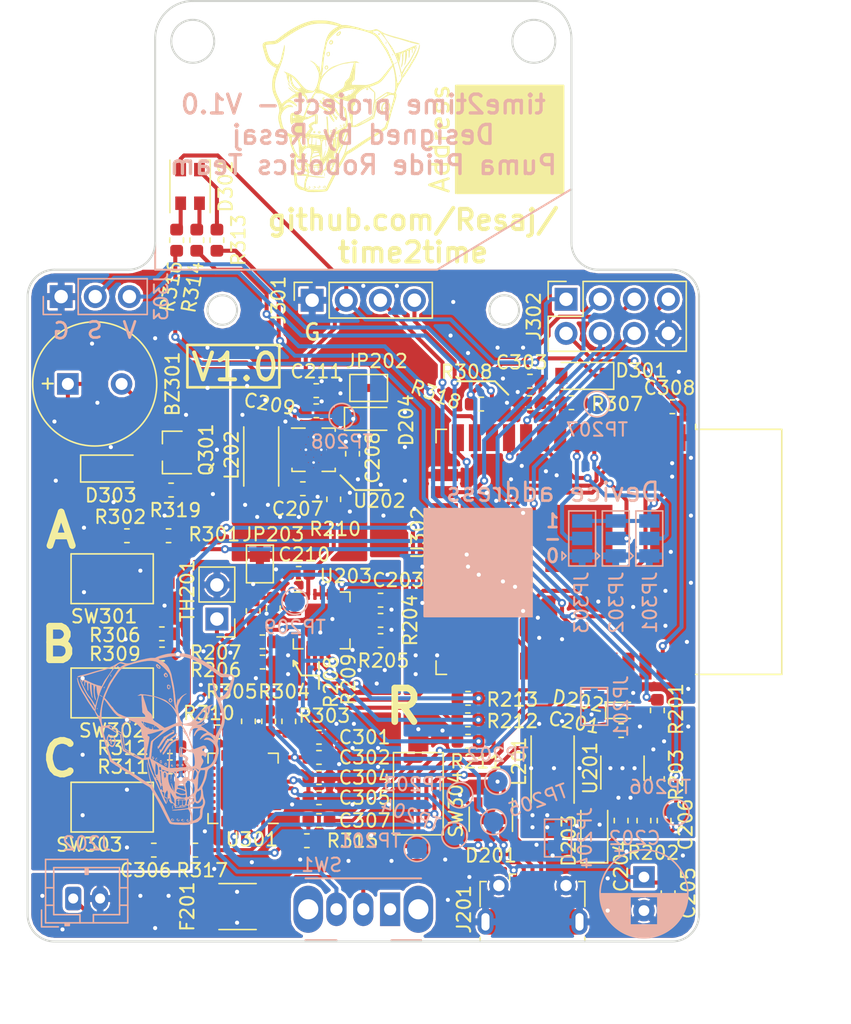
<source format=kicad_pcb>
(kicad_pcb (version 20171130) (host pcbnew 5.0.2-bee76a0~70~ubuntu18.04.1)
  (title_block (title time2time) (date 2019-09-08) (rev V1.0) (company "Puma Pride Robotics Team") (comment 1 "Designed by Rubén Espino San José") (comment 2 "CC BY-NC-SA license"))
  (layers (0 F.Cu signal) (31 B.Cu signal) (34 B.Paste user) (35 F.Paste user) (36 B.SilkS user) (37 F.SilkS user) (38 B.Mask user) (39 F.Mask user) (44 Edge.Cuts user))
  (net 0 "")
  (net 1 +3V3)
  (net 2 "Net-(BZ301-Pad2)")
  (net 3 +5V)
  (net 4 GNDREF)
  (net 5 VCC)
  (net 6 GNDPWR)
  (net 7 +BATT)
  (net 8 +12V)
  (net 9 "Net-(C206-Pad2)")
  (net 10 "Net-(C208-Pad1)")
  (net 11 /microcontroller/BATT_MONITOR)
  (net 12 GND)
  (net 13 "Net-(C304-Pad1)")
  (net 14 "Net-(C306-Pad1)")
  (net 15 "Net-(C307-Pad2)")
  (net 16 /microcontroller/USB4)
  (net 17 /microcontroller/USB3)
  (net 18 /microcontroller/USB2)
  (net 19 "Net-(D202-Pad2)")
  (net 20 "Net-(D203-Pad2)")
  (net 21 "Net-(D302-Pad1)")
  (net 22 "Net-(D302-Pad4)")
  (net 23 "Net-(D302-Pad3)")
  (net 24 "Net-(F201-Pad1)")
  (net 25 "Net-(F201-Pad2)")
  (net 26 /microcontroller/I2C_SCL_DISP)
  (net 27 /microcontroller/I2C_SDA_DISP)
  (net 28 /microcontroller/EXP1)
  (net 29 /microcontroller/EXP3)
  (net 30 /microcontroller/EXP2)
  (net 31 /microcontroller/EXP4)
  (net 32 /microcontroller/EXP5)
  (net 33 /microcontroller/SENSOR)
  (net 34 /microcontroller/JP_ADD1)
  (net 35 /microcontroller/JP_ADD2)
  (net 36 /microcontroller/JP_ADD3)
  (net 37 "Net-(L202-Pad1)")
  (net 38 "Net-(L202-Pad2)")
  (net 39 "Net-(Q301-Pad1)")
  (net 40 /microcontroller/SLEEP)
  (net 41 "Net-(R204-Pad1)")
  (net 42 "Net-(R205-Pad1)")
  (net 43 "Net-(R206-Pad1)")
  (net 44 "Net-(R207-Pad1)")
  (net 45 "Net-(R208-Pad2)")
  (net 46 /microcontroller/PW_STATE3)
  (net 47 /microcontroller/PW_STATE2)
  (net 48 "/supply & charger/POWER_GOOD")
  (net 49 "Net-(R301-Pad1)")
  (net 50 /microcontroller/BUTTON1)
  (net 51 "Net-(R303-Pad2)")
  (net 52 "Net-(R305-Pad1)")
  (net 53 "Net-(R306-Pad1)")
  (net 54 /microcontroller/BUTTON2)
  (net 55 "Net-(R310-Pad1)")
  (net 56 /microcontroller/BOOT)
  (net 57 /microcontroller/LED_R)
  (net 58 /microcontroller/LED_G)
  (net 59 /microcontroller/RTS)
  (net 60 /microcontroller/LED_B)
  (net 61 /microcontroller/DTR)
  (net 62 /microcontroller/BUZZER)
  (net 63 /microcontroller/RX)
  (net 64 /microcontroller/TX)
  (net 65 GNDS)
  (module Diode_SMD:D_SOD-523 (layer F.Cu) (at 169.2 107.8)
    (fp_text reference D202 (at -3.2 -0.7 -10) (layer F.SilkS))
    (fp_text value RB751S40T5G)
    (pad 2 smd rect (at 0.7 0 180) (size 0.6 0.7) (layers F.Cu F.Paste F.Mask) (net 19 "Net-(D202-Pad2)"))
    (pad 1 smd rect (at -0.7 0 180) (size 0.6 0.7) (layers F.Cu F.Paste F.Mask) (net 3 +5V))
  )
  (module Package_TO_SOT_SMD:SOT-23-5 (layer F.Cu) (at 169.3 112.1 90)
    (fp_text reference U201 (at 0 -2.4 270) (layer F.SilkS))
    (fp_text value LMR62421XMF)
    (pad 1 smd rect (at -1.1 -0.95 90) (size 1.06 0.65) (layers F.Cu F.Paste F.Mask) (net 20 "Net-(D203-Pad2)"))
    (pad 2 smd rect (at -1.1 0 90) (size 1.06 0.65) (layers F.Cu F.Paste F.Mask) (net 12 GND))
    (pad 3 smd rect (at -1.1 0.95 90) (size 1.06 0.65) (layers F.Cu F.Paste F.Mask) (net 9 "Net-(C206-Pad2)"))
    (pad 4 smd rect (at 1.1 0.95 90) (size 1.06 0.65) (layers F.Cu F.Paste F.Mask) (net 19 "Net-(D202-Pad2)"))
    (pad 5 smd rect (at 1.1 -0.95 90) (size 1.06 0.65) (layers F.Cu F.Paste F.Mask) (net 3 +5V))
  )
  (module RF_Module:ESP32-WROOM-32 (layer F.Cu) (at 165.3 96 270)
    (fp_text reference U302 (at -1.4 11.2 90) (layer F.SilkS))
    (fp_text value ESP32-WROOM-32)
    (pad 39 smd rect (at -1 -0.755 270) (size 5 5) (layers F.Cu F.Paste F.Mask))
    (pad 1 smd rect (at -8.5 -8.255 270) (size 2 0.9) (layers F.Cu F.Paste F.Mask) (net 65 GNDS))
    (pad 2 smd rect (at -8.5 -6.985 270) (size 2 0.9) (layers F.Cu F.Paste F.Mask) (net 1 +3V3))
    (pad 3 smd rect (at -8.5 -5.715 270) (size 2 0.9) (layers F.Cu F.Paste F.Mask) (net 15 "Net-(C307-Pad2)"))
    (pad 4 smd rect (at -8.5 -4.445 270) (size 2 0.9) (layers F.Cu F.Paste F.Mask) (net 50 /microcontroller/BUTTON1))
    (pad 5 smd rect (at -8.5 -3.175 270) (size 2 0.9) (layers F.Cu F.Paste F.Mask) (net 54 /microcontroller/BUTTON2))
    (pad 6 smd rect (at -8.5 -1.905 270) (size 2 0.9) (layers F.Cu F.Paste F.Mask) (net 35 /microcontroller/JP_ADD2))
    (pad 7 smd rect (at -8.5 -0.635 270) (size 2 0.9) (layers F.Cu F.Paste F.Mask) (net 36 /microcontroller/JP_ADD3))
    (pad 8 smd rect (at -8.5 0.635 270) (size 2 0.9) (layers F.Cu F.Paste F.Mask) (net 11 /microcontroller/BATT_MONITOR))
    (pad 9 smd rect (at -8.5 1.905 270) (size 2 0.9) (layers F.Cu F.Paste F.Mask) (net 34 /microcontroller/JP_ADD1))
    (pad 10 smd rect (at -8.5 3.175 270) (size 2 0.9) (layers F.Cu F.Paste F.Mask) (net 31 /microcontroller/EXP4))
    (pad 11 smd rect (at -8.5 4.445 270) (size 2 0.9) (layers F.Cu F.Paste F.Mask) (net 32 /microcontroller/EXP5))
    (pad 12 smd rect (at -8.5 5.715 270) (size 2 0.9) (layers F.Cu F.Paste F.Mask) (net 33 /microcontroller/SENSOR))
    (pad 13 smd rect (at -8.5 6.985 270) (size 2 0.9) (layers F.Cu F.Paste F.Mask) (net 58 /microcontroller/LED_G))
    (pad 14 smd rect (at -8.5 8.255 270) (size 2 0.9) (layers F.Cu F.Paste F.Mask) (net 40 /microcontroller/SLEEP))
    (pad 15 smd rect (at -5.715 9.255) (size 2 0.9) (layers F.Cu F.Paste F.Mask) (net 65 GNDS))
    (pad 16 smd rect (at -4.445 9.255) (size 2 0.9) (layers F.Cu F.Paste F.Mask) (net 28 /microcontroller/EXP1))
    (pad 17 smd rect (at -3.175 9.255) (size 2 0.9) (layers F.Cu F.Paste F.Mask))
    (pad 18 smd rect (at -1.905 9.255) (size 2 0.9) (layers F.Cu F.Paste F.Mask))
    (pad 19 smd rect (at -0.635 9.255) (size 2 0.9) (layers F.Cu F.Paste F.Mask))
    (pad 20 smd rect (at 0.635 9.255) (size 2 0.9) (layers F.Cu F.Paste F.Mask))
    (pad 21 smd rect (at 1.905 9.255) (size 2 0.9) (layers F.Cu F.Paste F.Mask))
    (pad 22 smd rect (at 3.175 9.255) (size 2 0.9) (layers F.Cu F.Paste F.Mask))
    (pad 23 smd rect (at 4.445 9.255) (size 2 0.9) (layers F.Cu F.Paste F.Mask) (net 60 /microcontroller/LED_B))
    (pad 24 smd rect (at 5.715 9.255) (size 2 0.9) (layers F.Cu F.Paste F.Mask))
    (pad 25 smd rect (at 8.5 8.255 270) (size 2 0.9) (layers F.Cu F.Paste F.Mask) (net 56 /microcontroller/BOOT))
    (pad 26 smd rect (at 8.5 6.985 270) (size 2 0.9) (layers F.Cu F.Paste F.Mask) (net 62 /microcontroller/BUZZER))
    (pad 27 smd rect (at 8.5 5.715 270) (size 2 0.9) (layers F.Cu F.Paste F.Mask) (net 30 /microcontroller/EXP2))
    (pad 28 smd rect (at 8.5 4.445 270) (size 2 0.9) (layers F.Cu F.Paste F.Mask) (net 48 "/supply & charger/POWER_GOOD"))
    (pad 29 smd rect (at 8.5 3.175 270) (size 2 0.9) (layers F.Cu F.Paste F.Mask) (net 57 /microcontroller/LED_R))
    (pad 30 smd rect (at 8.5 1.905 270) (size 2 0.9) (layers F.Cu F.Paste F.Mask) (net 47 /microcontroller/PW_STATE2))
    (pad 31 smd rect (at 8.5 0.635 270) (size 2 0.9) (layers F.Cu F.Paste F.Mask) (net 46 /microcontroller/PW_STATE3))
    (pad 32 smd rect (at 8.5 -0.635 270) (size 2 0.9) (layers F.Cu F.Paste F.Mask))
    (pad 33 smd rect (at 8.5 -1.905 270) (size 2 0.9) (layers F.Cu F.Paste F.Mask) (net 27 /microcontroller/I2C_SDA_DISP))
    (pad 34 smd rect (at 8.5 -3.175 270) (size 2 0.9) (layers F.Cu F.Paste F.Mask) (net 63 /microcontroller/RX))
    (pad 35 smd rect (at 8.5 -4.445 270) (size 2 0.9) (layers F.Cu F.Paste F.Mask) (net 64 /microcontroller/TX))
    (pad 36 smd rect (at 8.5 -5.715 270) (size 2 0.9) (layers F.Cu F.Paste F.Mask) (net 26 /microcontroller/I2C_SCL_DISP))
    (pad 37 smd rect (at 8.5 -6.985 270) (size 2 0.9) (layers F.Cu F.Paste F.Mask) (net 29 /microcontroller/EXP3))
    (pad 38 smd rect (at 8.5 -8.255 270) (size 2 0.9) (layers F.Cu F.Paste F.Mask) (net 65 GNDS))
  )
  (module Buzzer_Beeper:MagneticBuzzer_PUI_AT-0927-TT-6-R (layer F.Cu) (at 128 83.5)
    (fp_text reference BZ301 (at 7.8 0 90) (layer F.SilkS))
    (fp_text value AT-0927-TT-6-R)
    (fp_text user + (at -1.5 -0.1) (layer F.SilkS))
    (pad 1 thru_hole rect (at 0 0) (size 1.6 1.6) (drill 0.9) (layers *.Cu *.Mask) (net 1 +3V3))
    (pad 2 thru_hole circle (at 4 0) (size 1.6 1.6) (drill 0.9) (layers *.Cu *.Mask) (net 2 "Net-(BZ301-Pad2)"))
  )
  (module Capacitor_SMD:C_0603_1608Metric (layer F.Cu) (at 169.2 109.3 180)
    (fp_text reference C201 (at 3.5 0.6 170) (layer F.SilkS))
    (fp_text value 10uF)
    (pad 2 smd roundrect (at 0.7875 0 180) (size 0.875 0.95) (layers F.Cu F.Paste F.Mask) (net 3 +5V))
    (pad 1 smd roundrect (at -0.7875 0 180) (size 0.875 0.95) (layers F.Cu F.Paste F.Mask) (net 12 GND))
  )
  (module Capacitor_THT:CP_Radial_D6.3mm_P2.50mm (layer B.Cu) (at 170.9 120.2 270)
    (fp_text reference C202 (at -2.9 0.7 180) (layer B.SilkS) (effects (justify mirror)))
    (fp_text value 220uF)
    (pad 1 thru_hole rect (at 0 0 270) (size 1.6 1.6) (drill 0.8) (layers *.Cu *.Mask) (net 5 VCC))
    (pad 2 thru_hole circle (at 2.5 0 270) (size 1.6 1.6) (drill 0.8) (layers *.Cu *.Mask) (net 6 GNDPWR))
  )
  (module Capacitor_SMD:C_0603_1608Metric (layer F.Cu) (at 151.2875 99.6)
    (fp_text reference C203 (at 1.3125 -1.5) (layer F.SilkS))
    (fp_text value 10uF)
    (pad 2 smd roundrect (at 0.7875 0) (size 0.875 0.95) (layers F.Cu F.Paste F.Mask) (net 6 GNDPWR))
    (pad 1 smd roundrect (at -0.7875 0) (size 0.875 0.95) (layers F.Cu F.Paste F.Mask) (net 7 +BATT))
  )
  (module Capacitor_SMD:C_0603_1608Metric (layer F.Cu) (at 169.2 116 270)
    (fp_text reference C204 (at 3.4 0 270) (layer F.SilkS))
    (fp_text value "10uF 16V")
    (pad 1 smd roundrect (at -0.7875 0 270) (size 0.875 0.95) (layers F.Cu F.Paste F.Mask) (net 12 GND))
    (pad 2 smd roundrect (at 0.7875 0 270) (size 0.875 0.95) (layers F.Cu F.Paste F.Mask) (net 8 +12V))
  )
  (module Capacitor_SMD:C_0603_1608Metric (layer F.Cu) (at 172.7 121.4 270)
    (fp_text reference C205 (at 0 -1.5 270) (layer F.SilkS))
    (fp_text value 10uF)
    (pad 1 smd roundrect (at -0.7875 0 270) (size 0.875 0.95) (layers F.Cu F.Paste F.Mask) (net 5 VCC))
    (pad 2 smd roundrect (at 0.7875 0 270) (size 0.875 0.95) (layers F.Cu F.Paste F.Mask) (net 6 GNDPWR))
  )
  (module Capacitor_SMD:C_0603_1608Metric (layer F.Cu) (at 172.4 116 90)
    (fp_text reference C206 (at -0.3 1.6 90) (layer F.SilkS))
    (fp_text value 220pF)
    (pad 1 smd roundrect (at -0.7875 0 90) (size 0.875 0.95) (layers F.Cu F.Paste F.Mask) (net 8 +12V))
    (pad 2 smd roundrect (at 0.7875 0 90) (size 0.875 0.95) (layers F.Cu F.Paste F.Mask) (net 9 "Net-(C206-Pad2)"))
  )
  (module Capacitor_SMD:C_0603_1608Metric (layer F.Cu) (at 145.5 91.3)
    (fp_text reference C207 (at -0.3875 1.5) (layer F.SilkS))
    (fp_text value 10uF)
    (pad 1 smd roundrect (at -0.7875 0) (size 0.875 0.95) (layers F.Cu F.Paste F.Mask) (net 3 +5V))
    (pad 2 smd roundrect (at 0.7875 0) (size 0.875 0.95) (layers F.Cu F.Paste F.Mask) (net 4 GNDREF))
  )
  (module Capacitor_SMD:C_0603_1608Metric (layer F.Cu) (at 149.2 88.7 90)
    (fp_text reference C208 (at -0.3 1.5 90) (layer F.SilkS))
    (fp_text value 100nF)
    (pad 2 smd roundrect (at 0.7875 0 90) (size 0.875 0.95) (layers F.Cu F.Paste F.Mask) (net 4 GNDREF))
    (pad 1 smd roundrect (at -0.7875 0 90) (size 0.875 0.95) (layers F.Cu F.Paste F.Mask) (net 10 "Net-(C208-Pad1)"))
  )
  (module Capacitor_SMD:C_0603_1608Metric (layer F.Cu) (at 146.5 85.5)
    (fp_text reference C209 (at -3.4875 -0.5 -10) (layer F.SilkS))
    (fp_text value 10uF)
    (pad 2 smd roundrect (at 0.7875 0) (size 0.875 0.95) (layers F.Cu F.Paste F.Mask) (net 4 GNDREF))
    (pad 1 smd roundrect (at -0.7875 0) (size 0.875 0.95) (layers F.Cu F.Paste F.Mask) (net 1 +3V3))
  )
  (module Capacitor_SMD:C_0603_1608Metric (layer F.Cu) (at 145.1875 97.6 180)
    (fp_text reference C210 (at -0.4125 1.4 180) (layer F.SilkS))
    (fp_text value 10uF)
    (pad 1 smd roundrect (at -0.7875 0 180) (size 0.875 0.95) (layers F.Cu F.Paste F.Mask) (net 3 +5V))
    (pad 2 smd roundrect (at 0.7875 0 180) (size 0.875 0.95) (layers F.Cu F.Paste F.Mask) (net 6 GNDPWR))
  )
  (module Capacitor_SMD:C_0603_1608Metric (layer F.Cu) (at 146.5 84)
    (fp_text reference C211 (at 0 -1.43) (layer F.SilkS))
    (fp_text value 10uF)
    (pad 2 smd roundrect (at 0.7875 0) (size 0.875 0.95) (layers F.Cu F.Paste F.Mask) (net 4 GNDREF))
    (pad 1 smd roundrect (at -0.7875 0) (size 0.875 0.95) (layers F.Cu F.Paste F.Mask) (net 1 +3V3))
  )
  (module Capacitor_SMD:C_0603_1608Metric (layer F.Cu) (at 146.7 109.8)
    (fp_text reference C301 (at 3.4 0) (layer F.SilkS))
    (fp_text value 4.7uF)
    (pad 1 smd roundrect (at -0.7875 0) (size 0.875 0.95) (layers F.Cu F.Paste F.Mask) (net 3 +5V))
    (pad 2 smd roundrect (at 0.7875 0) (size 0.875 0.95) (layers F.Cu F.Paste F.Mask) (net 6 GNDPWR))
  )
  (module Capacitor_SMD:C_0603_1608Metric (layer F.Cu) (at 146.7 111.3)
    (fp_text reference C302 (at 3.4 0) (layer F.SilkS))
    (fp_text value 100nF)
    (pad 2 smd roundrect (at 0.7875 0) (size 0.875 0.95) (layers F.Cu F.Paste F.Mask) (net 6 GNDPWR))
    (pad 1 smd roundrect (at -0.7875 0) (size 0.875 0.95) (layers F.Cu F.Paste F.Mask) (net 3 +5V))
  )
  (module Capacitor_SMD:C_0603_1608Metric (layer F.Cu) (at 162.4125 83.3 180)
    (fp_text reference C303 (at 0.6125 1.4 180) (layer F.SilkS))
    (fp_text value 100nF)
    (pad 1 smd roundrect (at -0.7875 0 180) (size 0.875 0.95) (layers F.Cu F.Paste F.Mask) (net 11 /microcontroller/BATT_MONITOR))
    (pad 2 smd roundrect (at 0.7875 0 180) (size 0.875 0.95) (layers F.Cu F.Paste F.Mask) (net 65 GNDS))
  )
  (module Capacitor_SMD:C_0603_1608Metric (layer F.Cu) (at 146.7 112.8)
    (fp_text reference C304 (at 3.4 0) (layer F.SilkS))
    (fp_text value 4.7uF)
    (pad 2 smd roundrect (at 0.7875 0) (size 0.875 0.95) (layers F.Cu F.Paste F.Mask) (net 6 GNDPWR))
    (pad 1 smd roundrect (at -0.7875 0) (size 0.875 0.95) (layers F.Cu F.Paste F.Mask) (net 13 "Net-(C304-Pad1)"))
  )
  (module Capacitor_SMD:C_0603_1608Metric (layer F.Cu) (at 146.7 114.3)
    (fp_text reference C305 (at 3.4 0) (layer F.SilkS))
    (fp_text value 100nF)
    (pad 1 smd roundrect (at -0.7875 0) (size 0.875 0.95) (layers F.Cu F.Paste F.Mask) (net 13 "Net-(C304-Pad1)"))
    (pad 2 smd roundrect (at 0.7875 0) (size 0.875 0.95) (layers F.Cu F.Paste F.Mask) (net 6 GNDPWR))
  )
  (module Capacitor_SMD:C_0603_1608Metric (layer F.Cu) (at 134.4 118.2 180)
    (fp_text reference C306 (at 0.6 -1.5 180) (layer F.SilkS))
    (fp_text value N/A)
    (pad 2 smd roundrect (at 0.7875 0 180) (size 0.875 0.95) (layers F.Cu F.Paste F.Mask) (net 65 GNDS))
    (pad 1 smd roundrect (at -0.7875 0 180) (size 0.875 0.95) (layers F.Cu F.Paste F.Mask) (net 14 "Net-(C306-Pad1)"))
  )
  (module Capacitor_SMD:C_0603_1608Metric (layer F.Cu) (at 146.7 116 180)
    (fp_text reference C307 (at -3.4 0) (layer F.SilkS))
    (fp_text value 1uF)
    (pad 1 smd roundrect (at -0.7875 0 180) (size 0.875 0.95) (layers F.Cu F.Paste F.Mask) (net 65 GNDS))
    (pad 2 smd roundrect (at 0.7875 0 180) (size 0.875 0.95) (layers F.Cu F.Paste F.Mask) (net 15 "Net-(C307-Pad2)"))
  )
  (module Capacitor_SMD:C_0603_1608Metric (layer F.Cu) (at 173.0125 85.2 180)
    (fp_text reference C308 (at 0.2125 1.4 180) (layer F.SilkS))
    (fp_text value 100nF)
    (pad 2 smd roundrect (at 0.7875 0 180) (size 0.875 0.95) (layers F.Cu F.Paste F.Mask) (net 1 +3V3))
    (pad 1 smd roundrect (at -0.7875 0 180) (size 0.875 0.95) (layers F.Cu F.Paste F.Mask) (net 65 GNDS))
  )
  (module Package_TO_SOT_SMD:SOT-23-6 (layer F.Cu) (at 159.5 115.9 270)
    (fp_text reference D201 (at 2.7 0) (layer F.SilkS))
    (fp_text value ESDA6V1BC6)
    (pad 1 smd rect (at -1.1 -0.95 270) (size 1.06 0.65) (layers F.Cu F.Paste F.Mask) (net 16 /microcontroller/USB4))
    (pad 2 smd rect (at -1.1 0 270) (size 1.06 0.65) (layers F.Cu F.Paste F.Mask) (net 6 GNDPWR))
    (pad 3 smd rect (at -1.1 0.95 270) (size 1.06 0.65) (layers F.Cu F.Paste F.Mask) (net 17 /microcontroller/USB3))
    (pad 4 smd rect (at 1.1 0.95 270) (size 1.06 0.65) (layers F.Cu F.Paste F.Mask) (net 18 /microcontroller/USB2))
    (pad 6 smd rect (at 1.1 -0.95 270) (size 1.06 0.65) (layers F.Cu F.Paste F.Mask) (net 5 VCC))
    (pad 5 smd rect (at 1.1 0 270) (size 1.06 0.65) (layers F.Cu F.Paste F.Mask) (net 6 GNDPWR))
  )
  (module Diode_SMD:D_SOD-123 (layer F.Cu) (at 167.2 116.9 90)
    (fp_text reference D203 (at -0.6 -1.9 90) (layer F.SilkS))
    (fp_text value 1N4148W-7-F)
    (pad 1 smd rect (at -1.65 0 90) (size 0.9 1.2) (layers F.Cu F.Paste F.Mask) (net 8 +12V))
    (pad 2 smd rect (at 1.65 0 90) (size 0.9 1.2) (layers F.Cu F.Paste F.Mask) (net 20 "Net-(D203-Pad2)"))
  )
  (module Diode_SMD:D_SOD-323_HandSoldering (layer F.Cu) (at 150.5 86.1)
    (fp_text reference D204 (at 2.7 0.1 90) (layer F.SilkS))
    (fp_text value MM3Z3V3ST1G)
    (pad 1 smd rect (at -1.25 0) (size 1 1) (layers F.Cu F.Paste F.Mask) (net 1 +3V3))
    (pad 2 smd rect (at 1.25 0) (size 1 1) (layers F.Cu F.Paste F.Mask) (net 65 GNDS))
  )
  (module Diode_SMD:D_SOD-123 (layer F.Cu) (at 166.4 82.9 180)
    (fp_text reference D301 (at -4.3 0.4 180) (layer F.SilkS))
    (fp_text value BAV19W-TP)
    (pad 1 smd rect (at -1.65 0 180) (size 0.9 1.2) (layers F.Cu F.Paste F.Mask) (net 1 +3V3))
    (pad 2 smd rect (at 1.65 0 180) (size 0.9 1.2) (layers F.Cu F.Paste F.Mask) (net 11 /microcontroller/BATT_MONITOR))
  )
  (module LED_SMD:LED_Cree-PLCC4_3.2x2.8mm_CCW (layer F.Cu) (at 137.1 68.8 270)
    (fp_text reference D302 (at 0 -2.65 270) (layer F.SilkS))
    (fp_text value CLVBA-FKA-CA1D181BB7D3D3)
    (pad 1 smd rect (at -1.25 -0.7 270) (size 1 0.8) (layers F.Cu F.Paste F.Mask) (net 21 "Net-(D302-Pad1)"))
    (pad 4 smd rect (at 1.25 -0.7 270) (size 1 0.8) (layers F.Cu F.Paste F.Mask) (net 22 "Net-(D302-Pad4)"))
    (pad 3 smd rect (at 1.25 0.7 270) (size 1 0.8) (layers F.Cu F.Paste F.Mask) (net 23 "Net-(D302-Pad3)"))
    (pad 2 smd rect (at -1.25 0.7 270) (size 1 0.8) (layers F.Cu F.Paste F.Mask) (net 1 +3V3))
  )
  (module Diode_SMD:D_SOD-123 (layer F.Cu) (at 131.2 89.8)
    (fp_text reference D303 (at 0 2) (layer F.SilkS))
    (fp_text value 1N4148W-7-F)
    (pad 2 smd rect (at 1.65 0) (size 0.9 1.2) (layers F.Cu F.Paste F.Mask) (net 2 "Net-(BZ301-Pad2)"))
    (pad 1 smd rect (at -1.65 0) (size 0.9 1.2) (layers F.Cu F.Paste F.Mask) (net 1 +3V3))
  )
  (module Fuse:Fuse_1812_4532Metric (layer F.Cu) (at 140.6375 122.4 180)
    (fp_text reference F201 (at 3.7375 0 270) (layer F.SilkS))
    (fp_text value 1A)
    (pad 1 smd roundrect (at -2.1375 0 180) (size 1.125 3.4) (layers F.Cu F.Paste F.Mask) (roundrect_rratio 0.222222) (net 24 "Net-(F201-Pad1)"))
    (pad 2 smd roundrect (at 2.1375 0 180) (size 1.125 3.4) (layers F.Cu F.Paste F.Mask) (roundrect_rratio 0.222222) (net 25 "Net-(F201-Pad2)"))
  )
  (module Connector_USB:USB_Micro-B_Molex-105017-0001 (layer F.Cu) (at 162.6 122.3)
    (fp_text reference J201 (at -5.1 0.3 90) (layer F.SilkS))
    (fp_text value USB_B_Micro)
    (pad 6 smd rect (at 1 1.2375) (size 1.5 1.9) (layers F.Cu F.Paste F.Mask) (net 6 GNDPWR))
    (pad 6 thru_hole circle (at -2.5 -1.4625) (size 1.45 1.45) (drill 0.85) (layers *.Cu *.Mask) (net 6 GNDPWR))
    (pad 2 smd rect (at -0.65 -1.4625) (size 0.4 1.35) (layers F.Cu F.Paste F.Mask) (net 17 /microcontroller/USB3))
    (pad 1 smd rect (at -1.3 -1.4625) (size 0.4 1.35) (layers F.Cu F.Paste F.Mask) (net 5 VCC))
    (pad 5 smd rect (at 1.3 -1.4625) (size 0.4 1.35) (layers F.Cu F.Paste F.Mask) (net 6 GNDPWR))
    (pad 4 smd rect (at 0.65 -1.4625) (size 0.4 1.35) (layers F.Cu F.Paste F.Mask) (net 16 /microcontroller/USB4))
    (pad 3 smd rect (at 0 -1.4625) (size 0.4 1.35) (layers F.Cu F.Paste F.Mask) (net 18 /microcontroller/USB2))
    (pad 6 thru_hole circle (at 2.5 -1.4625) (size 1.45 1.45) (drill 0.85) (layers *.Cu *.Mask) (net 6 GNDPWR))
    (pad 6 smd rect (at -1 1.2375) (size 1.5 1.9) (layers F.Cu F.Paste F.Mask) (net 6 GNDPWR))
    (pad 6 thru_hole oval (at -3.5 1.2375 180) (size 1.2 1.9) (drill oval 0.6 1.3) (layers *.Cu *.Mask) (net 6 GNDPWR))
    (pad 6 thru_hole oval (at 3.5 1.2375) (size 1.2 1.9) (drill oval 0.6 1.3) (layers *.Cu *.Mask) (net 6 GNDPWR))
    (pad 6 smd rect (at 2.9 1.2375) (size 1.2 1.9) (layers F.Cu F.Mask) (net 6 GNDPWR))
    (pad 6 smd rect (at -2.9 1.2375) (size 1.2 1.9) (layers F.Cu F.Mask) (net 6 GNDPWR))
  )
  (module Connector_JST:JST_PH_B2B-PH-K_1x02_P2.00mm_Vertical (layer B.Cu) (at 128.4 121.8)
    (fp_text reference J202 (at 1 -4.1) (layer B.SilkS) (effects (justify mirror)))
    (fp_text value "LIPO 1S")
    (pad 1 thru_hole roundrect (at 0 0) (size 1.2 1.75) (drill 0.75) (layers *.Cu *.Mask) (roundrect_rratio 0.208333) (net 25 "Net-(F201-Pad2)"))
    (pad 2 thru_hole oval (at 2 0) (size 1.2 1.75) (drill 0.75) (layers *.Cu *.Mask) (net 6 GNDPWR))
  )
  (module Connector_PinSocket_2.54mm:PinSocket_1x04_P2.54mm_Vertical (layer F.Cu) (at 146.19 77.27 90)
    (fp_text reference J301 (at 0 -2.5 90) (layer F.SilkS))
    (fp_text value Conn_display)
    (pad 1 thru_hole rect (at 0 0 90) (size 1.7 1.7) (drill 1) (layers *.Cu *.Mask) (net 65 GNDS))
    (pad 2 thru_hole oval (at 0 2.54 90) (size 1.7 1.7) (drill 1) (layers *.Cu *.Mask) (net 1 +3V3))
    (pad 3 thru_hole oval (at 0 5.08 90) (size 1.7 1.7) (drill 1) (layers *.Cu *.Mask) (net 26 /microcontroller/I2C_SCL_DISP))
    (pad 4 thru_hole oval (at 0 7.62 90) (size 1.7 1.7) (drill 1) (layers *.Cu *.Mask) (net 27 /microcontroller/I2C_SDA_DISP))
  )
  (module Connector_PinSocket_2.54mm:PinSocket_2x04_P2.54mm_Vertical (layer F.Cu) (at 165.1 77.2 90)
    (fp_text reference J302 (at -1.27 -2.4 90) (layer F.SilkS))
    (fp_text value Conn_expansion)
    (pad 1 thru_hole rect (at 0 0 90) (size 1.7 1.7) (drill 1) (layers *.Cu *.Mask) (net 28 /microcontroller/EXP1))
    (pad 2 thru_hole oval (at -2.54 0 90) (size 1.7 1.7) (drill 1) (layers *.Cu *.Mask) (net 29 /microcontroller/EXP3))
    (pad 3 thru_hole oval (at 0 2.54 90) (size 1.7 1.7) (drill 1) (layers *.Cu *.Mask) (net 30 /microcontroller/EXP2))
    (pad 4 thru_hole oval (at -2.54 2.54 90) (size 1.7 1.7) (drill 1) (layers *.Cu *.Mask) (net 31 /microcontroller/EXP4))
    (pad 5 thru_hole oval (at 0 5.08 90) (size 1.7 1.7) (drill 1) (layers *.Cu *.Mask) (net 8 +12V))
    (pad 6 thru_hole oval (at -2.54 5.08 90) (size 1.7 1.7) (drill 1) (layers *.Cu *.Mask) (net 32 /microcontroller/EXP5))
    (pad 7 thru_hole oval (at 0 7.62 90) (size 1.7 1.7) (drill 1) (layers *.Cu *.Mask) (net 1 +3V3))
    (pad 8 thru_hole oval (at -2.54 7.62 90) (size 1.7 1.7) (drill 1) (layers *.Cu *.Mask) (net 65 GNDS))
  )
  (module Connector_PinSocket_2.54mm:PinSocket_1x03_P2.54mm_Vertical (layer B.Cu) (at 127.5 77 270)
    (fp_text reference J303 (at 0 -7.45 270) (layer B.SilkS) (effects (justify mirror)))
    (fp_text value Conn_E3Z-D62)
    (pad 1 thru_hole rect (at 0 0 270) (size 1.7 1.7) (drill 1) (layers *.Cu *.Mask) (net 65 GNDS))
    (pad 2 thru_hole oval (at 0 -2.54 270) (size 1.7 1.7) (drill 1) (layers *.Cu *.Mask) (net 33 /microcontroller/SENSOR))
    (pad 3 thru_hole oval (at 0 -5.08 270) (size 1.7 1.7) (drill 1) (layers *.Cu *.Mask) (net 8 +12V))
  )
  (module Jumper:SolderJumper-2_P1.3mm_Bridged_Pad1.0x1.5mm (layer B.Cu) (at 167.2 107.5 90)
    (fp_text reference JP201 (at 0 2 90) (layer B.SilkS) (effects (justify mirror)))
    (fp_text value Jumper_NC_Small)
    (fp_poly (pts (xy -0.25 0.3) (xy 0.25 0.3) (xy 0.25 -0.3) (xy -0.25 -0.3)) (layer B.Cu) (width 0))
    (pad 1 smd rect (at -0.65 0 90) (size 1 1.5) (layers B.Cu B.Mask) (net 12 GND))
    (pad 2 smd rect (at 0.65 0 90) (size 1 1.5) (layers B.Cu B.Mask) (net 65 GNDS))
  )
  (module Jumper:SolderJumper-2_P1.3mm_Bridged_Pad1.0x1.5mm (layer F.Cu) (at 150.4 83.8)
    (fp_text reference JP202 (at 0.6 -2 180) (layer F.SilkS))
    (fp_text value Jumper_NC_Small)
    (fp_poly (pts (xy -0.25 -0.3) (xy 0.25 -0.3) (xy 0.25 0.3) (xy -0.25 0.3)) (layer F.Cu) (width 0))
    (pad 1 smd rect (at -0.65 0) (size 1 1.5) (layers F.Cu F.Mask) (net 4 GNDREF))
    (pad 2 smd rect (at 0.65 0) (size 1 1.5) (layers F.Cu F.Mask) (net 65 GNDS))
  )
  (module Jumper:SolderJumper-3_P1.3mm_Open_Pad1.0x1.5mm (layer B.Cu) (at 171.3 95 90)
    (fp_text reference JP301 (at -4.773607 0.048521 90) (layer B.SilkS) (effects (justify mirror)))
    (fp_text value Jumper)
    (pad 1 smd rect (at -1.3 0 90) (size 1 1.5) (layers B.Cu B.Mask) (net 65 GNDS))
    (pad 2 smd rect (at 0 0 90) (size 1 1.5) (layers B.Cu B.Mask) (net 34 /microcontroller/JP_ADD1))
    (pad 3 smd rect (at 1.3 0 90) (size 1 1.5) (layers B.Cu B.Mask) (net 1 +3V3))
  )
  (module Jumper:SolderJumper-3_P1.3mm_Open_Pad1.0x1.5mm (layer B.Cu) (at 168.8 95 90)
    (fp_text reference JP302 (at -4.773607 0.048521 90) (layer B.SilkS) (effects (justify mirror)))
    (fp_text value Jumper)
    (pad 3 smd rect (at 1.3 0 90) (size 1 1.5) (layers B.Cu B.Mask) (net 1 +3V3))
    (pad 2 smd rect (at 0 0 90) (size 1 1.5) (layers B.Cu B.Mask) (net 35 /microcontroller/JP_ADD2))
    (pad 1 smd rect (at -1.3 0 90) (size 1 1.5) (layers B.Cu B.Mask) (net 65 GNDS))
  )
  (module Jumper:SolderJumper-3_P1.3mm_Open_Pad1.0x1.5mm (layer B.Cu) (at 166.3 95 90)
    (fp_text reference JP303 (at -4.773607 -0.051479 90) (layer B.SilkS) (effects (justify mirror)))
    (fp_text value Jumper)
    (pad 3 smd rect (at 1.3 0 90) (size 1 1.5) (layers B.Cu B.Mask) (net 1 +3V3))
    (pad 2 smd rect (at 0 0 90) (size 1 1.5) (layers B.Cu B.Mask) (net 36 /microcontroller/JP_ADD3))
    (pad 1 smd rect (at -1.3 0 90) (size 1 1.5) (layers B.Cu B.Mask) (net 65 GNDS))
  )
  (module Inductor_SMD:L_Taiyo-Yuden_NR-30xx_HandSoldering (layer F.Cu) (at 164.1 112.2 270)
    (fp_text reference L201 (at -0.6 2.5 270) (layer F.SilkS))
    (fp_text value NRH3012T6R8MN)
    (pad 1 smd rect (at -1.6 0 270) (size 1.8 2.9) (layers F.Cu F.Paste F.Mask) (net 3 +5V))
    (pad 2 smd rect (at 1.6 0 270) (size 1.8 2.9) (layers F.Cu F.Paste F.Mask) (net 20 "Net-(D203-Pad2)"))
  )
  (module Inductor_SMD:L_Taiyo-Yuden_NR-24xx_HandSoldering (layer F.Cu) (at 142.4 88.9 90)
    (fp_text reference L202 (at 0.1 -2.2 270) (layer F.SilkS))
    (fp_text value NRH2412T2R2MNGH)
    (pad 1 smd rect (at -1.2875 0 90) (size 1.825 2.2) (layers F.Cu F.Paste F.Mask) (net 37 "Net-(L202-Pad1)"))
    (pad 2 smd rect (at 1.2875 0 90) (size 1.825 2.2) (layers F.Cu F.Paste F.Mask) (net 38 "Net-(L202-Pad2)"))
  )
  (module Package_TO_SOT_SMD:SOT-23 (layer F.Cu) (at 135.8 88.6 180)
    (fp_text reference Q301 (at -2.5 0.2 270) (layer F.SilkS))
    (fp_text value TSM2312CX)
    (pad 1 smd rect (at -1 -0.95 180) (size 0.9 0.8) (layers F.Cu F.Paste F.Mask) (net 39 "Net-(Q301-Pad1)"))
    (pad 2 smd rect (at -1 0.95 180) (size 0.9 0.8) (layers F.Cu F.Paste F.Mask) (net 65 GNDS))
    (pad 3 smd rect (at 1 0 180) (size 0.9 0.8) (layers F.Cu F.Paste F.Mask) (net 2 "Net-(BZ301-Pad2)"))
  )
  (module Resistor_SMD:R_0603_1608Metric (layer F.Cu) (at 171.9 107.8 90)
    (fp_text reference R201 (at 0.1 1.4 90) (layer F.SilkS))
    (fp_text value 10K)
    (pad 2 smd roundrect (at 0.7875 0 90) (size 0.875 0.95) (layers F.Cu F.Paste F.Mask) (net 40 /microcontroller/SLEEP))
    (pad 1 smd roundrect (at -0.7875 0 90) (size 0.875 0.95) (layers F.Cu F.Paste F.Mask) (net 19 "Net-(D202-Pad2)"))
  )
  (module Resistor_SMD:R_0603_1608Metric (layer F.Cu) (at 170.9 116 270)
    (fp_text reference R202 (at 2.4 -0.7) (layer F.SilkS))
    (fp_text value 100K)
    (pad 1 smd roundrect (at -0.7875 0 270) (size 0.875 0.95) (layers F.Cu F.Paste F.Mask) (net 9 "Net-(C206-Pad2)"))
    (pad 2 smd roundrect (at 0.7875 0 270) (size 0.875 0.95) (layers F.Cu F.Paste F.Mask) (net 8 +12V))
  )
  (module Resistor_SMD:R_0603_1608Metric (layer F.Cu) (at 171.9 112.9 270)
    (fp_text reference R203 (at -0.3 -1.4 270) (layer F.SilkS))
    (fp_text value 12K)
    (pad 2 smd roundrect (at 0.7875 0 270) (size 0.875 0.95) (layers F.Cu F.Paste F.Mask) (net 9 "Net-(C206-Pad2)"))
    (pad 1 smd roundrect (at -0.7875 0 270) (size 0.875 0.95) (layers F.Cu F.Paste F.Mask) (net 12 GND))
  )
  (module Resistor_SMD:R_0603_1608Metric (layer F.Cu) (at 151.2875 101.1)
    (fp_text reference R204 (at 2.2125 0 90) (layer F.SilkS))
    (fp_text value 1K8)
    (pad 1 smd roundrect (at -0.7875 0) (size 0.875 0.95) (layers F.Cu F.Paste F.Mask) (net 41 "Net-(R204-Pad1)"))
    (pad 2 smd roundrect (at 0.7875 0) (size 0.875 0.95) (layers F.Cu F.Paste F.Mask) (net 6 GNDPWR))
  )
  (module Resistor_SMD:R_0603_1608Metric (layer F.Cu) (at 151.2875 102.6)
    (fp_text reference R205 (at 0.2125 1.5) (layer F.SilkS))
    (fp_text value 100K)
    (pad 1 smd roundrect (at -0.7875 0) (size 0.875 0.95) (layers F.Cu F.Paste F.Mask) (net 42 "Net-(R205-Pad1)"))
    (pad 2 smd roundrect (at 0.7875 0) (size 0.875 0.95) (layers F.Cu F.Paste F.Mask) (net 6 GNDPWR))
  )
  (module Resistor_SMD:R_0603_1608Metric (layer F.Cu) (at 142.5 104.2)
    (fp_text reference R206 (at -3.5 0.6) (layer F.SilkS))
    (fp_text value 10K)
    (pad 1 smd roundrect (at -0.7875 0) (size 0.875 0.95) (layers F.Cu F.Paste F.Mask) (net 43 "Net-(R206-Pad1)"))
    (pad 2 smd roundrect (at 0.7875 0) (size 0.875 0.95) (layers F.Cu F.Paste F.Mask) (net 6 GNDPWR))
  )
  (module Resistor_SMD:R_0603_1608Metric (layer F.Cu) (at 142.4875 102.7 180)
    (fp_text reference R207 (at 3.4875 -0.8 180) (layer F.SilkS))
    (fp_text value 1K)
    (pad 2 smd roundrect (at 0.7875 0 180) (size 0.875 0.95) (layers F.Cu F.Paste F.Mask) (net 43 "Net-(R206-Pad1)"))
    (pad 1 smd roundrect (at -0.7875 0 180) (size 0.875 0.95) (layers F.Cu F.Paste F.Mask) (net 44 "Net-(R207-Pad1)"))
  )
  (module Resistor_SMD:R_0603_1608Metric (layer F.Cu) (at 141.8 100.4 90)
    (fp_text reference R208 (at -5.3 5.8 90) (layer F.SilkS))
    (fp_text value 0)
    (pad 1 smd roundrect (at -0.7875 0 90) (size 0.875 0.95) (layers F.Cu F.Paste F.Mask) (net 5 VCC))
    (pad 2 smd roundrect (at 0.7875 0 90) (size 0.875 0.95) (layers F.Cu F.Paste F.Mask) (net 45 "Net-(R208-Pad2)"))
  )
  (module Resistor_SMD:R_0603_1608Metric (layer F.Cu) (at 143.3 100.2 270)
    (fp_text reference R209 (at 5.3 -5.6 270) (layer F.SilkS))
    (fp_text value N/A)
    (pad 2 smd roundrect (at 0.7875 0 270) (size 0.875 0.95) (layers F.Cu F.Paste F.Mask) (net 6 GNDPWR))
    (pad 1 smd roundrect (at -0.7875 0 270) (size 0.875 0.95) (layers F.Cu F.Paste F.Mask) (net 45 "Net-(R208-Pad2)"))
  )
  (module Resistor_SMD:R_0603_1608Metric (layer F.Cu) (at 147.8 92.0875 90)
    (fp_text reference R210 (at -2.2125 0.1 180) (layer F.SilkS))
    (fp_text value 100)
    (pad 2 smd roundrect (at 0.7875 0 90) (size 0.875 0.95) (layers F.Cu F.Paste F.Mask) (net 10 "Net-(C208-Pad1)"))
    (pad 1 smd roundrect (at -0.7875 0 90) (size 0.875 0.95) (layers F.Cu F.Paste F.Mask) (net 3 +5V))
  )
  (module Resistor_SMD:R_0603_1608Metric (layer F.Cu) (at 157.8 110.1)
    (fp_text reference R211 (at 0.6 1.5) (layer F.SilkS))
    (fp_text value 10K)
    (pad 1 smd roundrect (at -0.7875 0) (size 0.875 0.95) (layers F.Cu F.Paste F.Mask) (net 1 +3V3))
    (pad 2 smd roundrect (at 0.7875 0) (size 0.875 0.95) (layers F.Cu F.Paste F.Mask) (net 46 /microcontroller/PW_STATE3))
  )
  (module Resistor_SMD:R_0603_1608Metric (layer F.Cu) (at 157.7875 108.5)
    (fp_text reference R212 (at 3.3125 0.1) (layer F.SilkS))
    (fp_text value 10K)
    (pad 1 smd roundrect (at -0.7875 0) (size 0.875 0.95) (layers F.Cu F.Paste F.Mask) (net 1 +3V3))
    (pad 2 smd roundrect (at 0.7875 0) (size 0.875 0.95) (layers F.Cu F.Paste F.Mask) (net 47 /microcontroller/PW_STATE2))
  )
  (module Resistor_SMD:R_0603_1608Metric (layer F.Cu) (at 157.8 106.9)
    (fp_text reference R213 (at 3.3 0.1) (layer F.SilkS))
    (fp_text value 10K)
    (pad 2 smd roundrect (at 0.7875 0) (size 0.875 0.95) (layers F.Cu F.Paste F.Mask) (net 48 "/supply & charger/POWER_GOOD"))
    (pad 1 smd roundrect (at -0.7875 0) (size 0.875 0.95) (layers F.Cu F.Paste F.Mask) (net 1 +3V3))
  )
  (module Resistor_SMD:R_0603_1608Metric (layer F.Cu) (at 135.5 94.8)
    (fp_text reference R301 (at 3.4 -0.1) (layer F.SilkS))
    (fp_text value 100)
    (pad 1 smd roundrect (at -0.7875 0) (size 0.875 0.95) (layers F.Cu F.Paste F.Mask) (net 49 "Net-(R301-Pad1)"))
    (pad 2 smd roundrect (at 0.7875 0) (size 0.875 0.95) (layers F.Cu F.Paste F.Mask) (net 50 /microcontroller/BUTTON1))
  )
  (module Resistor_SMD:R_0603_1608Metric (layer F.Cu) (at 132.4 94.8)
    (fp_text reference R302 (at -0.5 -1.4) (layer F.SilkS))
    (fp_text value 100K)
    (pad 2 smd roundrect (at 0.7875 0) (size 0.875 0.95) (layers F.Cu F.Paste F.Mask) (net 49 "Net-(R301-Pad1)"))
    (pad 1 smd roundrect (at -0.7875 0) (size 0.875 0.95) (layers F.Cu F.Paste F.Mask) (net 1 +3V3))
  )
  (module Resistor_SMD:R_0603_1608Metric (layer F.Cu) (at 144.45 108.6125 270)
    (fp_text reference R303 (at -0.4125 -2.65 180) (layer F.SilkS))
    (fp_text value 22K)
    (pad 2 smd roundrect (at 0.7875 0 270) (size 0.875 0.95) (layers F.Cu F.Paste F.Mask) (net 51 "Net-(R303-Pad2)"))
    (pad 1 smd roundrect (at -0.7875 0 270) (size 0.875 0.95) (layers F.Cu F.Paste F.Mask) (net 5 VCC))
  )
  (module Resistor_SMD:R_0603_1608Metric (layer F.Cu) (at 142.95 108.6125 270)
    (fp_text reference R304 (at -2.2125 -1.15) (layer F.SilkS))
    (fp_text value 47K)
    (pad 1 smd roundrect (at -0.7875 0 270) (size 0.875 0.95) (layers F.Cu F.Paste F.Mask) (net 6 GNDPWR))
    (pad 2 smd roundrect (at 0.7875 0 270) (size 0.875 0.95) (layers F.Cu F.Paste F.Mask) (net 51 "Net-(R303-Pad2)"))
  )
  (module Resistor_SMD:R_0603_1608Metric (layer F.Cu) (at 141.45 108.6125 90)
    (fp_text reference R305 (at 2.2125 -1.25 180) (layer F.SilkS))
    (fp_text value 4K7)
    (pad 1 smd roundrect (at -0.7875 0 90) (size 0.875 0.95) (layers F.Cu F.Paste F.Mask) (net 52 "Net-(R305-Pad1)"))
    (pad 2 smd roundrect (at 0.7875 0 90) (size 0.875 0.95) (layers F.Cu F.Paste F.Mask) (net 1 +3V3))
  )
  (module Resistor_SMD:R_0603_1608Metric (layer F.Cu) (at 135.0125 103.6)
    (fp_text reference R306 (at -3.5125 -1.4) (layer F.SilkS))
    (fp_text value 100)
    (pad 1 smd roundrect (at -0.7875 0) (size 0.875 0.95) (layers F.Cu F.Paste F.Mask) (net 53 "Net-(R306-Pad1)"))
    (pad 2 smd roundrect (at 0.7875 0) (size 0.875 0.95) (layers F.Cu F.Paste F.Mask) (net 54 /microcontroller/BUTTON2))
  )
  (module Resistor_SMD:R_0603_1608Metric (layer F.Cu) (at 165.5 84.9 180)
    (fp_text reference R307 (at -3.4 -0.1 180) (layer F.SilkS))
    (fp_text value 33K)
    (pad 1 smd roundrect (at -0.7875 0 180) (size 0.875 0.95) (layers F.Cu F.Paste F.Mask) (net 7 +BATT))
    (pad 2 smd roundrect (at 0.7875 0 180) (size 0.875 0.95) (layers F.Cu F.Paste F.Mask) (net 11 /microcontroller/BATT_MONITOR))
  )
  (module Resistor_SMD:R_0603_1608Metric (layer F.Cu) (at 162.4 84.9 180)
    (fp_text reference R308 (at 4.7 2.3 180) (layer F.SilkS))
    (fp_text value 120K)
    (pad 1 smd roundrect (at -0.7875 0 180) (size 0.875 0.95) (layers F.Cu F.Paste F.Mask) (net 11 /microcontroller/BATT_MONITOR))
    (pad 2 smd roundrect (at 0.7875 0 180) (size 0.875 0.95) (layers F.Cu F.Paste F.Mask) (net 65 GNDS))
  )
  (module Resistor_SMD:R_0603_1608Metric (layer F.Cu) (at 135 102.1 180)
    (fp_text reference R309 (at 3.5 -1.5 180) (layer F.SilkS))
    (fp_text value 100K)
    (pad 2 smd roundrect (at 0.7875 0 180) (size 0.875 0.95) (layers F.Cu F.Paste F.Mask) (net 53 "Net-(R306-Pad1)"))
    (pad 1 smd roundrect (at -0.7875 0 180) (size 0.875 0.95) (layers F.Cu F.Paste F.Mask) (net 1 +3V3))
  )
  (module Resistor_SMD:R_0603_1608Metric (layer F.Cu) (at 139.15 109.4 180)
    (fp_text reference R310 (at 0.65 1.4 180) (layer F.SilkS))
    (fp_text value 10K)
    (pad 2 smd roundrect (at 0.7875 0 180) (size 0.875 0.95) (layers F.Cu F.Paste F.Mask) (net 6 GNDPWR))
    (pad 1 smd roundrect (at -0.7875 0 180) (size 0.875 0.95) (layers F.Cu F.Paste F.Mask) (net 55 "Net-(R310-Pad1)"))
  )
  (module Resistor_SMD:R_0603_1608Metric (layer F.Cu) (at 135.6 112)
    (fp_text reference R311 (at -3.4875 0) (layer F.SilkS))
    (fp_text value 100)
    (pad 2 smd roundrect (at 0.7875 0) (size 0.875 0.95) (layers F.Cu F.Paste F.Mask) (net 56 /microcontroller/BOOT))
    (pad 1 smd roundrect (at -0.7875 0) (size 0.875 0.95) (layers F.Cu F.Paste F.Mask) (net 14 "Net-(C306-Pad1)"))
  )
  (module Resistor_SMD:R_0603_1608Metric (layer F.Cu) (at 135.6 110.5 180)
    (fp_text reference R312 (at 3.4875 -0.1 180) (layer F.SilkS))
    (fp_text value 100K)
    (pad 1 smd roundrect (at -0.7875 0 180) (size 0.875 0.95) (layers F.Cu F.Paste F.Mask) (net 1 +3V3))
    (pad 2 smd roundrect (at 0.7875 0 180) (size 0.875 0.95) (layers F.Cu F.Paste F.Mask) (net 14 "Net-(C306-Pad1)"))
  )
  (module Resistor_SMD:R_0603_1608Metric (layer F.Cu) (at 139.1 72.8 270)
    (fp_text reference R313 (at 0 -1.6 270) (layer F.SilkS))
    (fp_text value 1K)
    (pad 1 smd roundrect (at -0.7875 0 270) (size 0.875 0.95) (layers F.Cu F.Paste F.Mask) (net 21 "Net-(D302-Pad1)"))
    (pad 2 smd roundrect (at 0.7875 0 270) (size 0.875 0.95) (layers F.Cu F.Paste F.Mask) (net 57 /microcontroller/LED_R))
  )
  (module Resistor_SMD:R_0603_1608Metric (layer F.Cu) (at 137.6 72.8 270)
    (fp_text reference R314 (at 3.5 0.3 260) (layer F.SilkS))
    (fp_text value 1K)
    (pad 2 smd roundrect (at 0.7875 0 270) (size 0.875 0.95) (layers F.Cu F.Paste F.Mask) (net 58 /microcontroller/LED_G))
    (pad 1 smd roundrect (at -0.7875 0 270) (size 0.875 0.95) (layers F.Cu F.Paste F.Mask) (net 22 "Net-(D302-Pad4)"))
  )
  (module Resistor_SMD:R_0603_1608Metric (layer F.Cu) (at 145.8 117.5 180)
    (fp_text reference R315 (at -3.4 0 180) (layer F.SilkS))
    (fp_text value 10)
    (pad 2 smd roundrect (at 0.7875 0 180) (size 0.875 0.95) (layers F.Cu F.Paste F.Mask) (net 59 /microcontroller/RTS))
    (pad 1 smd roundrect (at -0.7875 0 180) (size 0.875 0.95) (layers F.Cu F.Paste F.Mask) (net 15 "Net-(C307-Pad2)"))
  )
  (module Resistor_SMD:R_0603_1608Metric (layer F.Cu) (at 136.1 72.8 270)
    (fp_text reference R316 (at 3.45 0.4 260) (layer F.SilkS))
    (fp_text value 1K)
    (pad 1 smd roundrect (at -0.7875 0 270) (size 0.875 0.95) (layers F.Cu F.Paste F.Mask) (net 23 "Net-(D302-Pad3)"))
    (pad 2 smd roundrect (at 0.7875 0 270) (size 0.875 0.95) (layers F.Cu F.Paste F.Mask) (net 60 /microcontroller/LED_B))
  )
  (module Resistor_SMD:R_0603_1608Metric (layer F.Cu) (at 137.5 118.2 180)
    (fp_text reference R317 (at -0.5 -1.5 180) (layer F.SilkS))
    (fp_text value 100)
    (pad 2 smd roundrect (at 0.7875 0 180) (size 0.875 0.95) (layers F.Cu F.Paste F.Mask) (net 14 "Net-(C306-Pad1)"))
    (pad 1 smd roundrect (at -0.7875 0 180) (size 0.875 0.95) (layers F.Cu F.Paste F.Mask) (net 61 /microcontroller/DTR))
  )
  (module Resistor_SMD:R_0603_1608Metric (layer F.Cu) (at 158.7875 85)
    (fp_text reference R318 (at -3.3875 -0.7 -20) (layer F.SilkS))
    (fp_text value 10K)
    (pad 2 smd roundrect (at 0.7875 0) (size 0.875 0.95) (layers F.Cu F.Paste F.Mask) (net 33 /microcontroller/SENSOR))
    (pad 1 smd roundrect (at -0.7875 0) (size 0.875 0.95) (layers F.Cu F.Paste F.Mask) (net 8 +12V))
  )
  (module Resistor_SMD:R_0603_1608Metric (layer F.Cu) (at 135.6875 91.4)
    (fp_text reference R319 (at 0.3125 1.5) (layer F.SilkS))
    (fp_text value 1K)
    (pad 2 smd roundrect (at 0.7875 0) (size 0.875 0.95) (layers F.Cu F.Paste F.Mask) (net 62 /microcontroller/BUZZER))
    (pad 1 smd roundrect (at -0.7875 0) (size 0.875 0.95) (layers F.Cu F.Paste F.Mask) (net 39 "Net-(Q301-Pad1)"))
  )
  (module Button_Switch_SMD:SW_SPST_CK_RS282G05A3 (layer F.Cu) (at 131.3 98 180)
    (fp_text reference SW301 (at 0.6 -2.8 180) (layer F.SilkS))
    (fp_text value SW_Push)
    (pad 2 smd rect (at 3.9 0 180) (size 1.5 1.5) (layers F.Cu F.Paste F.Mask) (net 65 GNDS))
    (pad 1 smd rect (at -3.9 0 180) (size 1.5 1.5) (layers F.Cu F.Paste F.Mask) (net 49 "Net-(R301-Pad1)"))
  )
  (module Button_Switch_SMD:SW_SPST_CK_RS282G05A3 (layer F.Cu) (at 131.3 106.5 180)
    (fp_text reference SW302 (at 0 -2.8 180) (layer F.SilkS))
    (fp_text value SW_Push)
    (pad 1 smd rect (at -3.9 0 180) (size 1.5 1.5) (layers F.Cu F.Paste F.Mask) (net 53 "Net-(R306-Pad1)"))
    (pad 2 smd rect (at 3.9 0 180) (size 1.5 1.5) (layers F.Cu F.Paste F.Mask) (net 65 GNDS))
  )
  (module Button_Switch_SMD:SW_SPST_CK_RS282G05A3 (layer F.Cu) (at 131.3 115 180)
    (fp_text reference SW303 (at 1.7 -2.8 180) (layer F.SilkS))
    (fp_text value SW_Push)
    (pad 1 smd rect (at -3.9 0 180) (size 1.5 1.5) (layers F.Cu F.Paste F.Mask) (net 14 "Net-(C306-Pad1)"))
    (pad 2 smd rect (at 3.9 0 180) (size 1.5 1.5) (layers F.Cu F.Paste F.Mask) (net 65 GNDS))
  )
  (module Connector_PinHeader_2.54mm:PinHeader_1x02_P2.54mm_Vertical (layer F.Cu) (at 139.1 101 180)
    (fp_text reference TH201 (at 2.2 2.1 270) (layer F.SilkS))
    (fp_text value Thermistor_NTC)
    (pad 1 thru_hole rect (at 0 0 180) (size 1.7 1.7) (drill 1) (layers *.Cu *.Mask) (net 43 "Net-(R206-Pad1)"))
    (pad 2 thru_hole oval (at 0 2.54 180) (size 1.7 1.7) (drill 1) (layers *.Cu *.Mask) (net 6 GNDPWR))
  )
  (module TestPoint:TestPoint_Pad_D1.5mm (layer B.Cu) (at 154 118.1)
    (fp_text reference TP201 (at -3.5 -0.6) (layer B.SilkS) (effects (justify mirror)))
    (fp_text value TestPoint)
    (pad 1 smd circle (at 0 0) (size 1.5 1.5) (layers B.Cu B.Mask) (net 6 GNDPWR))
  )
  (module TestPoint:TestPoint_Pad_D1.5mm (layer B.Cu) (at 160 113.1)
    (fp_text reference TP202 (at 0 -2) (layer B.SilkS) (effects (justify mirror)))
    (fp_text value TestPoint)
    (pad 1 smd circle (at 0 0) (size 1.5 1.5) (layers B.Cu B.Mask) (net 16 /microcontroller/USB4))
  )
  (module TestPoint:TestPoint_Pad_D1.5mm (layer B.Cu) (at 157.2 114.1)
    (fp_text reference TP203 (at -3.4 -0.8) (layer B.SilkS) (effects (justify mirror)))
    (fp_text value TestPoint)
    (pad 1 smd circle (at 0 0) (size 1.5 1.5) (layers B.Cu B.Mask) (net 17 /microcontroller/USB3))
  )
  (module TestPoint:TestPoint_Pad_D1.5mm (layer B.Cu) (at 156.8 117.1)
    (fp_text reference TP204 (at -3.3 -1.5 -20) (layer B.SilkS) (effects (justify mirror)))
    (fp_text value TestPoint)
    (pad 1 smd circle (at 0 0) (size 1.5 1.5) (layers B.Cu B.Mask) (net 18 /microcontroller/USB2))
  )
  (module TestPoint:TestPoint_Pad_D1.5mm (layer B.Cu) (at 159.7 116.1)
    (fp_text reference TP205 (at 3.3 -1.6 20) (layer B.SilkS) (effects (justify mirror)))
    (fp_text value TestPoint)
    (pad 1 smd circle (at 0 0) (size 1.5 1.5) (layers B.Cu B.Mask) (net 5 VCC))
  )
  (module TestPoint:TestPoint_Pad_D1.5mm (layer B.Cu) (at 173.3 115.4)
    (fp_text reference TP206 (at -1.2 -1.9) (layer B.SilkS) (effects (justify mirror)))
    (fp_text value TestPoint)
    (pad 1 smd circle (at 0 0) (size 1.5 1.5) (layers B.Cu B.Mask) (net 8 +12V))
  )
  (module TestPoint:TestPoint_Pad_D1.5mm (layer B.Cu) (at 167.4 85)
    (fp_text reference TP207 (at 0 1.9) (layer B.SilkS) (effects (justify mirror)))
    (fp_text value TestPoint)
    (pad 1 smd circle (at 0 0) (size 1.5 1.5) (layers B.Cu B.Mask) (net 7 +BATT))
  )
  (module TestPoint:TestPoint_Pad_D1.5mm (layer B.Cu) (at 148.4 85.9)
    (fp_text reference TP208 (at 0 1.9) (layer B.SilkS) (effects (justify mirror)))
    (fp_text value TestPoint)
    (pad 1 smd circle (at 0 0) (size 1.5 1.5) (layers B.Cu B.Mask) (net 1 +3V3))
  )
  (module TestPoint:TestPoint_Pad_D1.5mm (layer B.Cu) (at 144.9 99.7)
    (fp_text reference TP209 (at 0 1.9) (layer B.SilkS) (effects (justify mirror)))
    (fp_text value TestPoint)
    (pad 1 smd circle (at 0 0) (size 1.5 1.5) (layers B.Cu B.Mask) (net 3 +5V))
  )
  (module Package_SON:Texas_DRC0010J_ThermalVias (layer F.Cu) (at 146.3 88.4)
    (fp_text reference U202 (at 4.9 3.8) (layer F.SilkS))
    (fp_text value TPS63001)
    (pad 1 smd rect (at -1.4 -1) (size 0.6 0.24) (layers F.Cu F.Paste F.Mask) (net 1 +3V3))
    (pad 2 smd rect (at -1.4 -0.5) (size 0.6 0.24) (layers F.Cu F.Paste F.Mask) (net 38 "Net-(L202-Pad2)"))
    (pad 3 smd rect (at -1.4 0) (size 0.6 0.24) (layers F.Cu F.Paste F.Mask) (net 4 GNDREF))
    (pad 4 smd rect (at -1.4 0.5) (size 0.6 0.24) (layers F.Cu F.Paste F.Mask) (net 37 "Net-(L202-Pad1)"))
    (pad 5 smd rect (at -1.4 1) (size 0.6 0.24) (layers F.Cu F.Paste F.Mask) (net 3 +5V))
    (pad 6 smd rect (at 1.4 1) (size 0.6 0.24) (layers F.Cu F.Paste F.Mask) (net 10 "Net-(C208-Pad1)"))
    (pad 7 smd rect (at 1.4 0.5) (size 0.6 0.24) (layers F.Cu F.Paste F.Mask) (net 10 "Net-(C208-Pad1)"))
    (pad 8 smd rect (at 1.4 0) (size 0.6 0.24) (layers F.Cu F.Paste F.Mask) (net 10 "Net-(C208-Pad1)"))
    (pad 9 smd rect (at 1.4 -0.5) (size 0.6 0.24) (layers F.Cu F.Paste F.Mask) (net 4 GNDREF))
    (pad 10 smd rect (at 1.4 -1) (size 0.6 0.24) (layers F.Cu F.Paste F.Mask) (net 1 +3V3))
    (pad 11 smd custom (at 0 0) (size 1.65 2.4) (layers F.Cu F.Mask) (net 4 GNDREF) (options (clearance outline) (anchor rect)) (primitives (gr_poly (pts (xy -0.375 -1.1) (xy -0.375 -1.7) (xy -0.125 -1.7) (xy -0.125 -1.1) (xy 0.125 -1.1) (xy 0.125 -1.7) (xy 0.375 -1.7) (xy 0.375 1.7) (xy 0.125 1.7) (xy 0.125 1.1) (xy -0.125 1.1) (xy -0.125 1.7) (xy -0.375 1.7)) (width 0))))
    (pad 11 thru_hole circle (at 0 0.95) (size 0.5 0.5) (drill 0.2) (layers *.Cu) (net 4 GNDREF))
    (pad 11 thru_hole circle (at -0.575 0) (size 0.5 0.5) (drill 0.2) (layers *.Cu) (net 4 GNDREF))
    (pad 11 thru_hole circle (at 0.575 0) (size 0.5 0.5) (drill 0.2) (layers *.Cu) (net 4 GNDREF))
    (pad 11 thru_hole circle (at 0 -0.95) (size 0.5 0.5) (drill 0.2) (layers *.Cu) (net 4 GNDREF))
  )
  (module Package_DFN_QFN:QFN-20-1EP_4x4mm_P0.5mm_EP2.5x2.5mm (layer F.Cu) (at 146.9 101.1)
    (fp_text reference U203 (at 1.8 -3.3) (layer F.SilkS))
    (fp_text value MCP73871-2CC)
    (pad 21 smd roundrect (at 0 0) (size 2.5 2.5) (layers F.Cu F.Mask) (roundrect_rratio 0.1) (net 6 GNDPWR))
    (pad 1 smd roundrect (at -1.9375 -1) (size 0.825 0.25) (layers F.Cu F.Paste F.Mask) (net 3 +5V))
    (pad 2 smd roundrect (at -1.9375 -0.5) (size 0.825 0.25) (layers F.Cu F.Paste F.Mask) (net 45 "Net-(R208-Pad2)"))
    (pad 3 smd roundrect (at -1.9375 0) (size 0.825 0.25) (layers F.Cu F.Paste F.Mask) (net 6 GNDPWR))
    (pad 4 smd roundrect (at -1.9375 0.5) (size 0.825 0.25) (layers F.Cu F.Paste F.Mask) (net 5 VCC))
    (pad 5 smd roundrect (at -1.9375 1) (size 0.825 0.25) (layers F.Cu F.Paste F.Mask) (net 44 "Net-(R207-Pad1)"))
    (pad 6 smd roundrect (at -1 1.9375) (size 0.25 0.825) (layers F.Cu F.Paste F.Mask) (net 48 "/supply & charger/POWER_GOOD"))
    (pad 7 smd roundrect (at -0.5 1.9375) (size 0.25 0.825) (layers F.Cu F.Paste F.Mask) (net 46 /microcontroller/PW_STATE3))
    (pad 8 smd roundrect (at 0 1.9375) (size 0.25 0.825) (layers F.Cu F.Paste F.Mask) (net 47 /microcontroller/PW_STATE2))
    (pad 9 smd roundrect (at 0.5 1.9375) (size 0.25 0.825) (layers F.Cu F.Paste F.Mask) (net 5 VCC))
    (pad 10 smd roundrect (at 1 1.9375) (size 0.25 0.825) (layers F.Cu F.Paste F.Mask) (net 6 GNDPWR))
    (pad 11 smd roundrect (at 1.9375 1) (size 0.825 0.25) (layers F.Cu F.Paste F.Mask) (net 6 GNDPWR))
    (pad 12 smd roundrect (at 1.9375 0.5) (size 0.825 0.25) (layers F.Cu F.Paste F.Mask) (net 42 "Net-(R205-Pad1)"))
    (pad 13 smd roundrect (at 1.9375 0) (size 0.825 0.25) (layers F.Cu F.Paste F.Mask) (net 41 "Net-(R204-Pad1)"))
    (pad 14 smd roundrect (at 1.9375 -0.5) (size 0.825 0.25) (layers F.Cu F.Paste F.Mask) (net 7 +BATT))
    (pad 15 smd roundrect (at 1.9375 -1) (size 0.825 0.25) (layers F.Cu F.Paste F.Mask) (net 7 +BATT))
    (pad 16 smd roundrect (at 1 -1.9375) (size 0.25 0.825) (layers F.Cu F.Paste F.Mask) (net 7 +BATT))
    (pad 17 smd roundrect (at 0.5 -1.9375) (size 0.25 0.825) (layers F.Cu F.Paste F.Mask) (net 5 VCC))
    (pad 18 smd roundrect (at 0 -1.9375) (size 0.25 0.825) (layers F.Cu F.Paste F.Mask) (net 5 VCC))
    (pad 19 smd roundrect (at -0.5 -1.9375) (size 0.25 0.825) (layers F.Cu F.Paste F.Mask) (net 5 VCC))
    (pad 20 smd roundrect (at -1 -1.9375) (size 0.25 0.825) (layers F.Cu F.Paste F.Mask) (net 3 +5V))
  )
  (module Package_DFN_QFN:QFN-28-1EP_5x5mm_P0.5mm_EP3.35x3.35mm (layer F.Cu) (at 141.05 113.6 180)
    (fp_text reference U301 (at -0.65 -3.8 180) (layer F.SilkS))
    (fp_text value CP2102N-A01-GQFN28)
    (pad 29 smd roundrect (at 0 0 180) (size 3.35 3.35) (layers F.Cu F.Mask) (roundrect_rratio 0.074627) (net 6 GNDPWR))
    (pad 1 smd roundrect (at -2.45 -1.5 180) (size 0.8 0.25) (layers F.Cu F.Paste F.Mask))
    (pad 2 smd roundrect (at -2.45 -1 180) (size 0.8 0.25) (layers F.Cu F.Paste F.Mask))
    (pad 3 smd roundrect (at -2.45 -0.5 180) (size 0.8 0.25) (layers F.Cu F.Paste F.Mask) (net 6 GNDPWR))
    (pad 4 smd roundrect (at -2.45 0 180) (size 0.8 0.25) (layers F.Cu F.Paste F.Mask) (net 18 /microcontroller/USB2))
    (pad 5 smd roundrect (at -2.45 0.5 180) (size 0.8 0.25) (layers F.Cu F.Paste F.Mask) (net 17 /microcontroller/USB3))
    (pad 6 smd roundrect (at -2.45 1 180) (size 0.8 0.25) (layers F.Cu F.Paste F.Mask) (net 13 "Net-(C304-Pad1)"))
    (pad 7 smd roundrect (at -2.45 1.5 180) (size 0.8 0.25) (layers F.Cu F.Paste F.Mask) (net 3 +5V))
    (pad 8 smd roundrect (at -1.5 2.45 180) (size 0.25 0.8) (layers F.Cu F.Paste F.Mask) (net 51 "Net-(R303-Pad2)"))
    (pad 9 smd roundrect (at -1 2.45 180) (size 0.25 0.8) (layers F.Cu F.Paste F.Mask) (net 52 "Net-(R305-Pad1)"))
    (pad 10 smd roundrect (at -0.5 2.45 180) (size 0.25 0.8) (layers F.Cu F.Paste F.Mask))
    (pad 11 smd roundrect (at 0 2.45 180) (size 0.25 0.8) (layers F.Cu F.Paste F.Mask) (net 55 "Net-(R310-Pad1)"))
    (pad 12 smd roundrect (at 0.5 2.45 180) (size 0.25 0.8) (layers F.Cu F.Paste F.Mask))
    (pad 13 smd roundrect (at 1 2.45 180) (size 0.25 0.8) (layers F.Cu F.Paste F.Mask))
    (pad 14 smd roundrect (at 1.5 2.45 180) (size 0.25 0.8) (layers F.Cu F.Paste F.Mask))
    (pad 15 smd roundrect (at 2.45 1.5 180) (size 0.8 0.25) (layers F.Cu F.Paste F.Mask))
    (pad 16 smd roundrect (at 2.45 1 180) (size 0.8 0.25) (layers F.Cu F.Paste F.Mask))
    (pad 17 smd roundrect (at 2.45 0.5 180) (size 0.8 0.25) (layers F.Cu F.Paste F.Mask))
    (pad 18 smd roundrect (at 2.45 0 180) (size 0.8 0.25) (layers F.Cu F.Paste F.Mask))
    (pad 19 smd roundrect (at 2.45 -0.5 180) (size 0.8 0.25) (layers F.Cu F.Paste F.Mask))
    (pad 20 smd roundrect (at 2.45 -1 180) (size 0.8 0.25) (layers F.Cu F.Paste F.Mask))
    (pad 21 smd roundrect (at 2.45 -1.5 180) (size 0.8 0.25) (layers F.Cu F.Paste F.Mask))
    (pad 22 smd roundrect (at 1.5 -2.45 180) (size 0.25 0.8) (layers F.Cu F.Paste F.Mask))
    (pad 23 smd roundrect (at 1 -2.45 180) (size 0.25 0.8) (layers F.Cu F.Paste F.Mask))
    (pad 24 smd roundrect (at 0.5 -2.45 180) (size 0.25 0.8) (layers F.Cu F.Paste F.Mask) (net 59 /microcontroller/RTS))
    (pad 25 smd roundrect (at 0 -2.45 180) (size 0.25 0.8) (layers F.Cu F.Paste F.Mask) (net 63 /microcontroller/RX))
    (pad 26 smd roundrect (at -0.5 -2.45 180) (size 0.25 0.8) (layers F.Cu F.Paste F.Mask) (net 64 /microcontroller/TX))
    (pad 27 smd roundrect (at -1 -2.45 180) (size 0.25 0.8) (layers F.Cu F.Paste F.Mask))
    (pad 28 smd roundrect (at -1.5 -2.45 180) (size 0.25 0.8) (layers F.Cu F.Paste F.Mask) (net 61 /microcontroller/DTR))
  )
  (module Button_Switch_THT:SW_CuK_OS102011MA1QN1_SPDT_Angled (layer B.Cu) (at 152 122.6 180)
    (fp_text reference SW1 (at 5.1 3.3 180) (layer B.SilkS) (effects (justify mirror)))
    (fp_text value SW_SPDT)
    (pad 1 thru_hole rect (at 0 0 180) (size 1.5 2.5) (drill 0.9) (layers *.Cu *.Mask))
    (pad 2 thru_hole oval (at 2 0 180) (size 1.5 2.5) (drill 0.9) (layers *.Cu *.Mask) (net 24 "Net-(F201-Pad1)"))
    (pad 3 thru_hole oval (at 4 0 180) (size 1.5 2.5) (drill 0.9) (layers *.Cu *.Mask) (net 7 +BATT))
    (pad "" thru_hole oval (at -2.1 0 180) (size 2.2 3.5) (drill 1.5) (layers *.Cu *.Mask))
    (pad "" thru_hole oval (at 6.1 0 180) (size 2.2 3.5) (drill 1.5) (layers *.Cu *.Mask))
  )
  (module Button_Switch_SMD:SW_SPST_CK_RS282G05A3 (layer F.Cu) (at 154.1 114 270)
    (fp_text reference SW304 (at 0.8 -2.8 270) (layer F.SilkS))
    (fp_text value SW_Push)
    (pad 1 smd rect (at -3.9 0 270) (size 1.5 1.5) (layers F.Cu F.Paste F.Mask) (net 65 GNDS))
    (pad 2 smd rect (at 3.9 0 270) (size 1.5 1.5) (layers F.Cu F.Paste F.Mask) (net 15 "Net-(C307-Pad2)"))
  )
  (module Jumper:SolderJumper-2_P1.3mm_Bridged_Pad1.0x1.5mm (layer F.Cu) (at 142.3 96.9 90)
    (fp_text reference JP203 (at 2.2 1 180) (layer F.SilkS))
    (fp_text value Jumper_NC_Small)
    (fp_poly (pts (xy -0.25 -0.3) (xy 0.25 -0.3) (xy 0.25 0.3) (xy -0.25 0.3)) (layer F.Cu) (width 0))
    (pad 2 smd rect (at 0.65 0 90) (size 1 1.5) (layers F.Cu F.Mask) (net 4 GNDREF))
    (pad 1 smd rect (at -0.65 0 90) (size 1 1.5) (layers F.Cu F.Mask) (net 6 GNDPWR))
  )
  (module Jumper:SolderJumper-2_P1.3mm_Bridged_Pad1.0x1.5mm (layer B.Cu) (at 164.5 117.3 90)
    (fp_text reference JP204 (at 0 2 90) (layer B.SilkS) (effects (justify mirror)))
    (fp_text value Jumper_NC_Small)
    (fp_poly (pts (xy -0.25 0.3) (xy 0.25 0.3) (xy 0.25 -0.3) (xy -0.25 -0.3)) (layer B.Cu) (width 0))
    (pad 1 smd rect (at -0.65 0 90) (size 1 1.5) (layers B.Cu B.Mask) (net 6 GNDPWR))
    (pad 2 smd rect (at 0.65 0 90) (size 1 1.5) (layers B.Cu B.Mask) (net 12 GND))
  )
  (module time2time:logo_PumaPride_14x14 (layer F.Cu) (at 148.4 62.4)
    (fp_text reference "" hide)
    (fp_text value "" hide)
  )
  (module time2time:logo_PumaPride_14x14 (layer B.Cu) (at 134.5 109.5 180)
    (fp_text reference "" hide)
    (fp_text value "" hide)
  )
  (gr_line (start 136.9 83.75) (end 136.9 80.6) (layer F.SilkS) (width 0.2))
  (gr_line (start 143.75 83.75) (end 136.9 83.75) (layer F.SilkS) (width 0.2))
  (gr_line (start 143.75 80.6) (end 143.75 83.75) (layer F.SilkS) (width 0.2))
  (gr_line (start 136.9 80.6) (end 143.75 80.6) (layer F.SilkS) (width 0.2))
  (gr_text V1.0 (at 140.45 82.25) (layer F.SilkS) (effects (font (size 2 2) (thickness 0.3))))
  (gr_text Address (at 155.7 65.25 90) (layer F.SilkS) (effects (font (size 1.4 1.4) (thickness 0.2))))
  (gr_poly (pts (xy 156.9 61.3) (xy 164.9 61.3) (xy 164.9 69.3) (xy 156.9 69.3)) (layer F.SilkS) (width 0.15))
  (gr_poly (pts (xy 154.55 92.8) (xy 162.55 92.8) (xy 162.55 100.8) (xy 154.55 100.8)) (layer B.SilkS) (width 0.15))
  (gr_text G (at 146.2 79.65) (layer F.SilkS) (effects (font (size 1.2 1.2) (thickness 0.2))))
  (gr_text V (at 132.6 79.5) (layer B.SilkS) (effects (font (size 1.2 1.2) (thickness 0.2)) (justify mirror)))
  (gr_text S (at 130 79.5) (layer B.SilkS) (effects (font (size 1.2 1.2) (thickness 0.2)) (justify mirror)))
  (gr_text G (at 127.5 79.55) (layer B.SilkS) (effects (font (size 1.2 1.2) (thickness 0.2)) (justify mirror)))
  (gr_text "time2time project - V1.0\nDesigned by Resaj\nPuma Pride Robotics Team" (at 150 64.95) (layer B.SilkS) (effects (font (size 1.4 1.4) (thickness 0.25)) (justify mirror)))
  (gr_text 0 (at 164.1 96.3) (layer B.SilkS) (effects (font (size 1 1) (thickness 0.2)) (justify mirror)))
  (gr_text - (at 164.1 95) (layer B.SilkS) (effects (font (size 1 1) (thickness 0.2)) (justify mirror)))
  (gr_text 1 (at 164.1 93.7) (layer B.SilkS) (effects (font (size 1 1) (thickness 0.2)) (justify mirror)))
  (gr_text "Device address" (at 164.1 91.55) (layer B.SilkS) (effects (font (size 1.4 1.4) (thickness 0.2)) (justify mirror)))
  (gr_text R (at 153 107.5) (layer F.SilkS) (effects (font (size 2.5 2.5) (thickness 0.5))))
  (gr_text C (at 127.4 111.4) (layer F.SilkS) (effects (font (size 2.5 2.5) (thickness 0.5))))
  (gr_text B (at 127.3 102.9) (layer F.SilkS) (effects (font (size 2.5 2.5) (thickness 0.5))))
  (gr_text A (at 127.5 94.4) (layer F.SilkS) (effects (font (size 2.5 2.5) (thickness 0.5))))
  (gr_text "github.com/Resaj/\ntime2time" (at 153.7 72.5) (layer F.SilkS) (effects (font (size 1.5 1.5) (thickness 0.3))))
  (gr_arc (start 173 123) (end 173 125) (angle -90) (layer Edge.Cuts) (width 0.15))
  (gr_arc (start 127 123) (end 125 123) (angle -90) (layer Edge.Cuts) (width 0.15))
  (gr_line (start 134.5 75) (end 134.5 73) (layer B.SilkS) (width 0.15))
  (gr_arc (start 127 77) (end 127 75) (angle -90) (layer Edge.Cuts) (width 0.15))
  (gr_arc (start 132.5 73) (end 132.5 75) (angle -90) (layer Edge.Cuts) (width 0.15))
  (gr_arc (start 167.5 73) (end 165.5 73) (angle -90) (layer Edge.Cuts) (width 0.15))
  (gr_arc (start 173 77) (end 175 77) (angle -90) (layer Edge.Cuts) (width 0.15))
  (gr_arc (start 162.7 57.8) (end 165.5 57.8) (angle -90) (layer Edge.Cuts) (width 0.15))
  (gr_arc (start 137.3 57.8) (end 137.3 55) (angle -90) (layer Edge.Cuts) (width 0.15))
  (gr_line (start 167.5 75) (end 173 75) (layer Edge.Cuts) (width 0.15))
  (gr_line (start 134.5 57.8) (end 134.5 73) (layer Edge.Cuts) (width 0.15))
  (gr_line (start 162.7 55) (end 137.3 55) (layer Edge.Cuts) (width 0.15))
  (gr_line (start 165.5 73) (end 165.5 57.8) (layer Edge.Cuts) (width 0.15))
  (gr_line (start 165.5 69) (end 155.5 75) (layer B.SilkS) (width 0.15))
  (gr_line (start 155.5 75) (end 134.5 75) (layer B.SilkS) (width 0.15))
  (gr_circle (center 160.5 78) (end 161.6 78) (layer Edge.Cuts) (width 0.15))
  (gr_circle (center 139.5 78) (end 140.6 78) (layer Edge.Cuts) (width 0.15))
  (gr_line (start 144.8 104.1) (end 145.1 104.3) (layer F.SilkS) (width 0.15))
  (gr_line (start 144.8 104.1) (end 144.8 104.5) (layer F.SilkS) (width 0.15))
  (gr_line (start 145.4 105.2) (end 144.8 104.1) (layer F.SilkS) (width 0.15))
  (gr_line (start 146.7 105.2) (end 145.4 105.2) (layer F.SilkS) (width 0.15))
  (gr_line (start 146.7 106.2) (end 146.7 104.2) (layer F.SilkS) (width 0.15))
  (gr_line (start 159.8 83.3) (end 160.8 84.3) (layer F.SilkS) (width 0.15))
  (gr_line (start 157 83.3) (end 159.8 83.3) (layer F.SilkS) (width 0.15))
  (gr_line (start 149.4 91.4) (end 151.9 91.4) (layer F.SilkS) (width 0.15))
  (gr_line (start 148.3 90.3) (end 149.4 91.4) (layer F.SilkS) (width 0.15))
  (gr_circle (center 162.7 58) (end 164.3 58) (layer Edge.Cuts) (width 0.15))
  (gr_circle (center 137.3 58) (end 138.9 58) (layer Edge.Cuts) (width 0.15))
  (gr_line (start 125 77) (end 125 123) (layer Edge.Cuts) (width 0.15))
  (gr_line (start 132.5 75) (end 127 75) (layer Edge.Cuts) (width 0.15))
  (gr_line (start 175 123) (end 175 77) (layer Edge.Cuts) (width 0.15))
  (gr_line (start 127 125) (end 173 125) (layer Edge.Cuts) (width 0.15))
  (segment (start 145.7125 85.5) (end 145.7125 84) (width 0.3) (layer F.Cu) (net 1))
  (segment (start 172.225 87.44) (end 172.285 87.5) (width 0.3) (layer F.Cu) (net 1))
  (segment (start 172.225 85.2) (end 172.225 87.44) (width 0.3) (layer F.Cu) (net 1))
  (segment (start 157.0125 108.4875) (end 157 108.5) (width 0.3) (layer F.Cu) (net 1))
  (segment (start 157.0125 106.9) (end 157.0125 108.4875) (width 0.3) (layer F.Cu) (net 1))
  (segment (start 157 110.0875) (end 157.0125 110.1) (width 0.3) (layer F.Cu) (net 1))
  (segment (start 157 108.5) (end 157 110.0875) (width 0.3) (layer F.Cu) (net 1))
  (segment (start 172.225 84.625) (end 171.5 83.9) (width 0.3) (layer F.Cu) (net 1))
  (segment (start 172.225 85.2) (end 172.225 84.625) (width 0.3) (layer F.Cu) (net 1))
  (segment (start 171.5 78.42) (end 172.72 77.2) (width 0.3) (layer F.Cu) (net 1))
  (segment (start 171.5 83.9) (end 171.5 82.9) (width 0.3) (layer F.Cu) (net 1))
  (segment (start 168.05 82.9) (end 171.5 82.9) (width 0.3) (layer F.Cu) (net 1))
  (segment (start 171.5 82.9) (end 171.5 78.42) (width 0.3) (layer F.Cu) (net 1))
  (segment (start 171.3 93.7) (end 168.8 93.7) (width 0.3) (layer B.Cu) (net 1))
  (segment (start 168.8 93.7) (end 166.3 93.7) (width 0.3) (layer B.Cu) (net 1))
  (segment (start 135.7875 102.1) (end 131.6125 97.925) (width 0.3) (layer F.Cu) (net 1))
  (segment (start 137 103.3125) (end 135.7875 102.1) (width 0.3) (layer F.Cu) (net 1))
  (segment (start 171.3 93.7) (end 171.3 92.710777) (width 0.3) (layer B.Cu) (net 1))
  (segment (start 171.340768 92.670009) (end 171.640767 92.37001) (width 0.3) (layer B.Cu) (net 1))
  (segment (start 172.285 91.725777) (end 171.940766 92.070011) (width 0.3) (layer F.Cu) (net 1))
  (segment (start 171.3 92.710777) (end 171.340768 92.670009) (width 0.3) (layer B.Cu) (net 1))
  (segment (start 172.285 87.5) (end 172.285 91.725777) (width 0.3) (layer F.Cu) (net 1))
  (via (at 171.640767 92.37001) (size 0.6) (drill 0.3048) (layers F.Cu B.Cu) (net 1))
  (segment (start 171.940766 92.070011) (end 171.640767 92.37001) (width 0.3) (layer F.Cu) (net 1))
  (segment (start 141.45 107.825) (end 137.025 107.825) (width 0.3) (layer F.Cu) (net 1))
  (segment (start 144.9 87.4) (end 144.9 86.3125) (width 0.3) (layer F.Cu) (net 1))
  (segment (start 147.95 87.4) (end 149.25 86.1) (width 0.3) (layer F.Cu) (net 1))
  (segment (start 147.7 87.4) (end 147.95 87.4) (width 0.3) (layer F.Cu) (net 1))
  (via (at 149.25 86.1) (size 0.6) (drill 0.3048) (layers F.Cu B.Cu) (net 1))
  (segment (start 148.4 85.9) (end 149.05 85.9) (width 0.3) (layer B.Cu) (net 1))
  (segment (start 149.05 85.9) (end 149.25 86.1) (width 0.3) (layer B.Cu) (net 1))
  (via (at 144.9 85.5) (size 0.6) (drill 0.3048) (layers F.Cu B.Cu) (net 1))
  (segment (start 148.4 85.9) (end 145.3 85.9) (width 0.3) (layer B.Cu) (net 1))
  (segment (start 145.3 85.9) (end 144.9 85.5) (width 0.3) (layer B.Cu) (net 1))
  (segment (start 144.9 86.3125) (end 144.9 85.5) (width 0.3) (layer F.Cu) (net 1))
  (segment (start 144.9 85.5) (end 145.7125 85.5) (width 0.3) (layer F.Cu) (net 1))
  (segment (start 145.7125 84) (end 145.7125 81.5175) (width 0.3) (layer F.Cu) (net 1))
  (segment (start 147.880001 78.119999) (end 147.880001 79.349999) (width 0.3) (layer F.Cu) (net 1))
  (segment (start 147.880001 79.349999) (end 145.7125 81.5175) (width 0.3) (layer F.Cu) (net 1))
  (segment (start 148.73 77.27) (end 147.880001 78.119999) (width 0.3) (layer F.Cu) (net 1))
  (segment (start 136.4 66.75) (end 136.65 66.5) (width 0.3) (layer F.Cu) (net 1))
  (segment (start 136.4 67.55) (end 136.4 66.75) (width 0.3) (layer F.Cu) (net 1))
  (segment (start 139.162081 66.5) (end 148.73 76.067919) (width 0.3) (layer F.Cu) (net 1))
  (segment (start 148.73 76.067919) (end 148.73 77.27) (width 0.3) (layer F.Cu) (net 1))
  (segment (start 136.65 66.5) (end 139.162081 66.5) (width 0.3) (layer F.Cu) (net 1))
  (segment (start 163.1 81.6) (end 162.8 81.9) (width 0.3) (layer F.Cu) (net 1))
  (segment (start 166 81.6) (end 163.1 81.6) (width 0.3) (layer F.Cu) (net 1))
  (via (at 162.8 81.9) (size 0.6) (drill 0.3048) (layers F.Cu B.Cu) (net 1))
  (segment (start 168.05 82.9) (end 167.3 82.9) (width 0.3) (layer F.Cu) (net 1))
  (segment (start 167.3 82.9) (end 166 81.6) (width 0.3) (layer F.Cu) (net 1))
  (segment (start 162.375736 81.9) (end 162.8 81.9) (width 0.3) (layer B.Cu) (net 1))
  (segment (start 159.7 81.9) (end 162.375736 81.9) (width 0.3) (layer B.Cu) (net 1))
  (segment (start 156.5 78.7) (end 159.7 81.9) (width 0.3) (layer B.Cu) (net 1))
  (segment (start 148.73 77.27) (end 150.16 78.7) (width 0.3) (layer B.Cu) (net 1))
  (segment (start 150.16 78.7) (end 156.5 78.7) (width 0.3) (layer B.Cu) (net 1))
  (segment (start 144.9 85.5) (end 141.3 81.9) (width 0.3) (layer F.Cu) (net 1))
  (segment (start 131 81.9) (end 141.3 81.9) (width 0.3) (layer F.Cu) (net 1))
  (segment (start 129.4 83.5) (end 128 83.5) (width 0.3) (layer F.Cu) (net 1))
  (segment (start 131 81.9) (end 129.4 83.5) (width 0.3) (layer F.Cu) (net 1))
  (segment (start 128.8 89.8) (end 129.55 89.8) (width 0.3) (layer F.Cu) (net 1))
  (segment (start 128 89) (end 128.8 89.8) (width 0.3) (layer F.Cu) (net 1))
  (segment (start 128 83.5) (end 128 89) (width 0.3) (layer F.Cu) (net 1))
  (segment (start 129.55 92.7375) (end 131.6125 94.8) (width 0.3) (layer F.Cu) (net 1))
  (segment (start 129.55 89.8) (end 129.55 92.7375) (width 0.3) (layer F.Cu) (net 1))
  (segment (start 131.6125 97.925) (end 131.6125 94.8) (width 0.3) (layer F.Cu) (net 1))
  (segment (start 137 107.8) (end 137.025 107.825) (width 0.3) (layer F.Cu) (net 1))
  (segment (start 137 103.3125) (end 137 107.8) (width 0.3) (layer F.Cu) (net 1))
  (segment (start 136.3875 108.4125) (end 137 107.8) (width 0.3) (layer F.Cu) (net 1))
  (segment (start 136.3875 110.5) (end 136.3875 108.4125) (width 0.3) (layer F.Cu) (net 1))
  (segment (start 146 106.9) (end 142.375 106.9) (width 0.3) (layer F.Cu) (net 1))
  (segment (start 146.7 107.6) (end 146 106.9) (width 0.3) (layer F.Cu) (net 1))
  (segment (start 155.5625 107.6) (end 146.7 107.6) (width 0.3) (layer F.Cu) (net 1))
  (segment (start 142.375 106.9) (end 141.45 107.825) (width 0.3) (layer F.Cu) (net 1))
  (segment (start 157 108.5) (end 156.4625 108.5) (width 0.3) (layer F.Cu) (net 1))
  (segment (start 156.4625 108.5) (end 155.5625 107.6) (width 0.3) (layer F.Cu) (net 1))
  (segment (start 134.8 88.6) (end 132.85 88.6) (width 0.3) (layer F.Cu) (net 2))
  (segment (start 132.85 84.35) (end 132 83.5) (width 0.3) (layer F.Cu) (net 2))
  (segment (start 132.85 88.6) (end 132.85 84.35) (width 0.3) (layer F.Cu) (net 2))
  (segment (start 132.85 88.6) (end 132.85 89.8) (width 0.3) (layer F.Cu) (net 2))
  (segment (start 145.9125 111.3) (end 145.9125 109.8) (width 0.3) (layer F.Cu) (net 3))
  (segment (start 144.3 111.3) (end 143.5 112.1) (width 0.3) (layer F.Cu) (net 3))
  (segment (start 145.9125 111.3) (end 144.3 111.3) (width 0.3) (layer F.Cu) (net 3))
  (segment (start 147.8 95.775) (end 147.8 92.875) (width 0.3) (layer F.Cu) (net 3))
  (segment (start 145.975 97.6) (end 147.8 95.775) (width 0.3) (layer F.Cu) (net 3))
  (segment (start 146.2875 92.875) (end 144.7125 91.3) (width 0.3) (layer F.Cu) (net 3))
  (segment (start 147.8 92.875) (end 146.2875 92.875) (width 0.3) (layer F.Cu) (net 3))
  (segment (start 144.7125 89.5875) (end 144.9 89.4) (width 0.3) (layer F.Cu) (net 3))
  (segment (start 144.7125 91.3) (end 144.7125 89.5875) (width 0.3) (layer F.Cu) (net 3))
  (segment (start 145.9 97.675) (end 145.975 97.6) (width 0.3) (layer F.Cu) (net 3))
  (segment (start 145.9 99.1625) (end 145.9 97.675) (width 0.3) (layer F.Cu) (net 3))
  (segment (start 144.9625 100.1) (end 144.9625 99.6375) (width 0.3) (layer F.Cu) (net 3))
  (segment (start 145.9 99.1625) (end 145.4375 99.1625) (width 0.3) (layer F.Cu) (net 3))
  (via (at 144.9 111.3) (size 0.6) (drill 0.3048) (layers F.Cu B.Cu) (net 3))
  (segment (start 168.5 109.2125) (end 168.4125 109.3) (width 0.3) (layer F.Cu) (net 3))
  (segment (start 168.5 107.8) (end 168.5 109.2125) (width 0.3) (layer F.Cu) (net 3))
  (segment (start 145.975 97.6) (end 145.975 97.275) (width 0.3) (layer F.Cu) (net 3))
  (segment (start 144.9 110.875736) (end 143.1 109.075736) (width 0.3) (layer B.Cu) (net 3))
  (segment (start 144.9 111.3) (end 144.9 110.875736) (width 0.3) (layer B.Cu) (net 3))
  (segment (start 143.1 101.5) (end 144.9 99.7) (width 0.3) (layer B.Cu) (net 3))
  (segment (start 143.1 109.075736) (end 143.1 101.5) (width 0.3) (layer B.Cu) (net 3))
  (via (at 144.7 98.9) (size 0.6) (drill 0.3048) (layers F.Cu B.Cu) (net 3))
  (segment (start 144.7 99.5) (end 144.9 99.7) (width 0.3) (layer B.Cu) (net 3))
  (segment (start 144.7 98.9) (end 144.7 99.5) (width 0.3) (layer B.Cu) (net 3))
  (segment (start 144.7 98.9) (end 145.2 99.4) (width 0.3) (layer F.Cu) (net 3))
  (segment (start 145.4375 99.1625) (end 145.2 99.4) (width 0.3) (layer F.Cu) (net 3))
  (segment (start 145.2 99.4) (end 144.9625 99.6375) (width 0.3) (layer F.Cu) (net 3))
  (segment (start 144.9 111.3) (end 146.2 112.6) (width 0.3) (layer B.Cu) (net 3))
  (via (at 157.5 112.6) (size 0.6) (drill 0.3048) (layers F.Cu B.Cu) (net 3))
  (segment (start 146.2 112.6) (end 157.5 112.6) (width 0.3) (layer B.Cu) (net 3))
  (segment (start 161.4 110.6) (end 164.1 110.6) (width 0.3) (layer F.Cu) (net 3))
  (segment (start 157.5 112.6) (end 159.4 112.6) (width 0.3) (layer F.Cu) (net 3))
  (segment (start 159.4 112.6) (end 161.4 110.6) (width 0.3) (layer F.Cu) (net 3))
  (segment (start 144.9 88.4) (end 145.725 88.4) (width 0.3048) (layer F.Cu) (net 4))
  (segment (start 146.8 87.9) (end 146.3 88.4) (width 0.3) (layer F.Cu) (net 4))
  (segment (start 147.7 87.9) (end 146.8 87.9) (width 0.3) (layer F.Cu) (net 4))
  (segment (start 146.3 89.35) (end 146.3 89.9) (width 1.5) (layer F.Cu) (net 4))
  (via (at 144.2 86.3) (size 0.6) (drill 0.3048) (layers F.Cu B.Cu) (net 4))
  (via (at 142.9 92.5) (size 0.6) (drill 0.3048) (layers F.Cu B.Cu) (net 4))
  (segment (start 146.3 87.45) (end 146.3 87) (width 1.5) (layer F.Cu) (net 4))
  (via (at 146.9 84.8) (size 0.6) (drill 0.3048) (layers F.Cu B.Cu) (net 4))
  (via (at 146.9 83.3) (size 0.6) (drill 0.3048) (layers F.Cu B.Cu) (net 4))
  (via (at 148.3 84.2) (size 0.6) (drill 0.3048) (layers F.Cu B.Cu) (net 4))
  (via (at 148.3 83.2) (size 0.6) (drill 0.3048) (layers F.Cu B.Cu) (net 4))
  (via (at 141.35 83.65) (size 0.6) (drill 0.3048) (layers F.Cu B.Cu) (net 4))
  (via (at 142.7 84.7) (size 0.6) (drill 0.3048) (layers F.Cu B.Cu) (net 4))
  (via (at 141 85.8) (size 0.6) (drill 0.3048) (layers F.Cu B.Cu) (net 4))
  (via (at 141.2 92.5) (size 0.6) (drill 0.3048) (layers F.Cu B.Cu) (net 4))
  (via (at 142.1 93.4) (size 0.6) (drill 0.3048) (layers F.Cu B.Cu) (net 4))
  (via (at 143.8 93.4) (size 0.6) (drill 0.3048) (layers F.Cu B.Cu) (net 4))
  (via (at 145.2 93.4) (size 0.6) (drill 0.3048) (layers F.Cu B.Cu) (net 4))
  (via (at 146.6 91.9) (size 0.6) (drill 0.3048) (layers F.Cu B.Cu) (net 4))
  (via (at 149 93) (size 0.6) (drill 0.3048) (layers F.Cu B.Cu) (net 4))
  (via (at 149 91.6) (size 0.6) (drill 0.3048) (layers F.Cu B.Cu) (net 4))
  (via (at 149.6 90.6) (size 0.6) (drill 0.3048) (layers F.Cu B.Cu) (net 4))
  (via (at 148.7 87.8) (size 0.6) (drill 0.3048) (layers F.Cu B.Cu) (net 4))
  (via (at 149.7 87.4) (size 0.6) (drill 0.3048) (layers F.Cu B.Cu) (net 4))
  (segment (start 147.4 99.1625) (end 146.9 99.1625) (width 0.3) (layer F.Cu) (net 5))
  (segment (start 146.9 99.1625) (end 146.4 99.1625) (width 0.3) (layer F.Cu) (net 5))
  (segment (start 160.45 117) (end 160.45 117.83) (width 0.3) (layer F.Cu) (net 5))
  (segment (start 171.3125 120.6125) (end 170.9 120.2) (width 0.3) (layer F.Cu) (net 5))
  (segment (start 172.7 120.6125) (end 171.3125 120.6125) (width 0.3) (layer F.Cu) (net 5))
  (via (at 160.45 117.83) (size 0.6) (drill 0.3048) (layers F.Cu B.Cu) (net 5))
  (segment (start 159.7 116.1) (end 159.7 117.08) (width 0.3) (layer B.Cu) (net 5))
  (segment (start 159.7 117.08) (end 160.45 117.83) (width 0.3) (layer B.Cu) (net 5))
  (segment (start 144.45 101.6) (end 144.25 101.8) (width 0.3) (layer F.Cu) (net 5))
  (segment (start 144.9625 101.6) (end 144.45 101.6) (width 0.3) (layer F.Cu) (net 5))
  (segment (start 142.4125 101.8) (end 141.8 101.1875) (width 0.3) (layer F.Cu) (net 5))
  (via (at 161.2 119.7) (size 0.6) (drill 0.3048) (layers F.Cu B.Cu) (net 5))
  (segment (start 161.3 120.8375) (end 161.3 119.8) (width 0.3) (layer F.Cu) (net 5))
  (segment (start 161.3 119.8) (end 161.2 119.7) (width 0.3) (layer F.Cu) (net 5))
  (segment (start 160.45 118.95) (end 161.2 119.7) (width 0.3) (layer B.Cu) (net 5))
  (segment (start 160.45 117.83) (end 160.45 118.95) (width 0.3) (layer B.Cu) (net 5))
  (segment (start 169.8 120.2) (end 170.9 120.2) (width 0.3) (layer B.Cu) (net 5))
  (segment (start 169.000001 119.400001) (end 169.8 120.2) (width 0.3) (layer B.Cu) (net 5))
  (segment (start 161.499999 119.400001) (end 169.000001 119.400001) (width 0.3) (layer B.Cu) (net 5))
  (segment (start 161.2 119.7) (end 161.499999 119.400001) (width 0.3) (layer B.Cu) (net 5))
  (segment (start 159.7 116.1) (end 158.6 115) (width 0.3) (layer B.Cu) (net 5))
  (segment (start 158.6 115) (end 158.6 112.7) (width 0.3) (layer B.Cu) (net 5))
  (segment (start 158.6 112.7) (end 157.3 111.4) (width 0.3) (layer B.Cu) (net 5))
  (via (at 145.5 107.8) (size 0.6) (drill 0.3048) (layers F.Cu B.Cu) (net 5))
  (segment (start 157.3 111.4) (end 149.1 111.4) (width 0.3) (layer B.Cu) (net 5))
  (segment (start 149.1 111.4) (end 145.5 107.8) (width 0.3) (layer B.Cu) (net 5))
  (segment (start 144.475 107.8) (end 144.45 107.825) (width 0.3) (layer F.Cu) (net 5))
  (segment (start 145.5 107.8) (end 144.475 107.8) (width 0.3) (layer F.Cu) (net 5))
  (via (at 147 98.3) (size 0.6) (drill 0.3048) (layers F.Cu B.Cu) (net 5))
  (segment (start 146.9 99.1625) (end 146.9 98.4) (width 0.3) (layer F.Cu) (net 5))
  (segment (start 146.9 98.4) (end 147 98.3) (width 0.3) (layer F.Cu) (net 5))
  (via (at 147.7 104.1) (size 0.6) (drill 0.3048) (layers F.Cu B.Cu) (net 5))
  (segment (start 146.5 104.1) (end 147.7 104.1) (width 0.3) (layer B.Cu) (net 5))
  (segment (start 147.7 104.1) (end 147.4 103.8) (width 0.3) (layer F.Cu) (net 5))
  (segment (start 147.4 103.8) (end 147.4 103.0375) (width 0.3) (layer F.Cu) (net 5))
  (segment (start 146.5 104.1) (end 145.5 104.1) (width 0.3) (layer B.Cu) (net 5))
  (segment (start 145.5 104.1) (end 145.5 107.8) (width 0.3) (layer B.Cu) (net 5))
  (via (at 144 101.8) (size 0.6) (drill 0.3048) (layers F.Cu B.Cu) (net 5))
  (segment (start 145.5 101.6) (end 145.5 104.1) (width 0.3) (layer B.Cu) (net 5))
  (segment (start 144.25 101.8) (end 144 101.8) (width 0.3) (layer F.Cu) (net 5))
  (segment (start 145.5 101.6) (end 144.2 101.6) (width 0.3) (layer B.Cu) (net 5))
  (segment (start 144 101.8) (end 142.4125 101.8) (width 0.3) (layer F.Cu) (net 5))
  (segment (start 144.2 101.6) (end 144 101.8) (width 0.3) (layer B.Cu) (net 5))
  (segment (start 147 100.1) (end 147 98.3) (width 0.3) (layer B.Cu) (net 5))
  (segment (start 145.5 101.6) (end 147 100.1) (width 0.3) (layer B.Cu) (net 5))
  (via (at 146.8 102) (size 0.6) (drill 0.3048) (layers F.Cu B.Cu) (net 6))
  (via (at 147.7 101) (size 0.6) (drill 0.3048) (layers F.Cu B.Cu) (net 6))
  (segment (start 141.55 114.1) (end 141.05 113.6) (width 0.3048) (layer F.Cu) (net 6))
  (segment (start 143.5 114.1) (end 141.55 114.1) (width 0.3048) (layer F.Cu) (net 6))
  (segment (start 147.9 102.1) (end 146.9 101.1) (width 0.3) (layer F.Cu) (net 6))
  (segment (start 148.8375 102.1) (end 147.9 102.1) (width 0.3) (layer F.Cu) (net 6))
  (via (at 151.8 97.7) (size 0.6) (drill 0.3048) (layers F.Cu B.Cu) (net 6))
  (via (at 152.1 100.3) (size 0.6) (drill 0.3048) (layers F.Cu B.Cu) (net 6))
  (via (at 152.1 101.8) (size 0.6) (drill 0.3048) (layers F.Cu B.Cu) (net 6))
  (via (at 149.2 103.3) (size 0.6) (drill 0.3048) (layers F.Cu B.Cu) (net 6))
  (via (at 149.7 104.8) (size 0.6) (drill 0.3048) (layers F.Cu B.Cu) (net 6))
  (via (at 151.6 104.8) (size 0.6) (drill 0.3048) (layers F.Cu B.Cu) (net 6))
  (via (at 151 105.8) (size 0.6) (drill 0.3048) (layers F.Cu B.Cu) (net 6))
  (via (at 143.5 97.3) (size 0.6) (drill 0.3048) (layers F.Cu B.Cu) (net 6))
  (via (at 141.8 98.4) (size 0.6) (drill 0.3048) (layers F.Cu B.Cu) (net 6))
  (via (at 142.8 100.6) (size 0.6) (drill 0.3048) (layers F.Cu B.Cu) (net 6))
  (via (at 144.4 103.7) (size 0.6) (drill 0.3048) (layers F.Cu B.Cu) (net 6))
  (via (at 144.4 105.1) (size 0.6) (drill 0.3048) (layers F.Cu B.Cu) (net 6))
  (via (at 142 105.4) (size 0.6) (drill 0.3048) (layers F.Cu B.Cu) (net 6))
  (via (at 140.1 105.4) (size 0.6) (drill 0.3048) (layers F.Cu B.Cu) (net 6))
  (via (at 140.1 103.5) (size 0.6) (drill 0.3048) (layers F.Cu B.Cu) (net 6))
  (via (at 138.1 103.4) (size 0.6) (drill 0.3048) (layers F.Cu B.Cu) (net 6))
  (via (at 137.9 105.9) (size 0.6) (drill 0.3048) (layers F.Cu B.Cu) (net 6))
  (via (at 138.3 108.6) (size 0.6) (drill 0.3048) (layers F.Cu B.Cu) (net 6))
  (via (at 138.3 110.8) (size 0.6) (drill 0.3048) (layers F.Cu B.Cu) (net 6))
  (via (at 142.2 108.6) (size 0.6) (drill 0.3048) (layers F.Cu B.Cu) (net 6))
  (via (at 148 108.8) (size 0.6) (drill 0.3048) (layers F.Cu B.Cu) (net 6))
  (via (at 149.3 108.8) (size 0.6) (drill 0.3048) (layers F.Cu B.Cu) (net 6))
  (via (at 149.2 110.6) (size 0.6) (drill 0.3048) (layers F.Cu B.Cu) (net 6))
  (via (at 151.1 110.6) (size 0.6) (drill 0.3048) (layers F.Cu B.Cu) (net 6))
  (via (at 151.1 112) (size 0.6) (drill 0.3048) (layers F.Cu B.Cu) (net 6))
  (via (at 148.2 111.8) (size 0.6) (drill 0.3048) (layers F.Cu B.Cu) (net 6))
  (via (at 149.2 114.8) (size 0.6) (drill 0.3048) (layers F.Cu B.Cu) (net 6))
  (via (at 151.9 114.8) (size 0.6) (drill 0.3048) (layers F.Cu B.Cu) (net 6))
  (via (at 144.7 114.8) (size 0.6) (drill 0.3048) (layers F.Cu B.Cu) (net 6))
  (via (at 138.2 116.8) (size 0.6) (drill 0.3048) (layers F.Cu B.Cu) (net 6))
  (via (at 133.4 121.6) (size 0.6) (drill 0.3048) (layers F.Cu B.Cu) (net 6))
  (via (at 135.5 121.6) (size 0.6) (drill 0.3048) (layers F.Cu B.Cu) (net 6))
  (via (at 134.5 124) (size 0.6) (drill 0.3048) (layers F.Cu B.Cu) (net 6))
  (via (at 127.6 124.1) (size 0.6) (drill 0.3048) (layers F.Cu B.Cu) (net 6))
  (via (at 126.1 121.6) (size 0.6) (drill 0.3048) (layers F.Cu B.Cu) (net 6))
  (via (at 140.6 121.3) (size 0.6) (drill 0.3048) (layers F.Cu B.Cu) (net 6))
  (via (at 140.6 123.6) (size 0.6) (drill 0.3048) (layers F.Cu B.Cu) (net 6))
  (via (at 138.9 119.6) (size 0.6) (drill 0.3048) (layers F.Cu B.Cu) (net 6))
  (via (at 141.7 119.1) (size 0.6) (drill 0.3048) (layers F.Cu B.Cu) (net 6))
  (via (at 145.3 118.9) (size 0.6) (drill 0.3048) (layers F.Cu B.Cu) (net 6))
  (via (at 148.9 119) (size 0.6) (drill 0.3048) (layers F.Cu B.Cu) (net 6))
  (via (at 152.1 119) (size 0.6) (drill 0.3048) (layers F.Cu B.Cu) (net 6))
  (via (at 150.6 117.1) (size 0.6) (drill 0.3048) (layers F.Cu B.Cu) (net 6))
  (via (at 156.1 118.9) (size 0.6) (drill 0.3048) (layers F.Cu B.Cu) (net 6))
  (via (at 157.9 120.2) (size 0.6) (drill 0.3048) (layers F.Cu B.Cu) (net 6))
  (via (at 159.5 117.8) (size 0.6) (drill 0.3048) (layers F.Cu B.Cu) (net 6))
  (via (at 156.3 121.9) (size 0.6) (drill 0.3048) (layers F.Cu B.Cu) (net 6))
  (via (at 162.9 117.8) (size 0.6) (drill 0.3048) (layers F.Cu B.Cu) (net 6))
  (via (at 168.2 120.3) (size 0.6) (drill 0.3048) (layers F.Cu B.Cu) (net 6))
  (via (at 168.2 122.7) (size 0.6) (drill 0.3048) (layers F.Cu B.Cu) (net 6))
  (via (at 173.8 118.6) (size 0.6) (drill 0.3048) (layers F.Cu B.Cu) (net 6))
  (via (at 169.6 118.3) (size 0.6) (drill 0.3048) (layers F.Cu B.Cu) (net 6))
  (via (at 164.1 118.6) (size 0.6) (drill 0.3048) (layers F.Cu B.Cu) (net 6))
  (via (at 167.4 85) (size 0.6) (drill 0.3048) (layers F.Cu B.Cu) (net 7))
  (segment (start 166.2875 84.9) (end 167.3 84.9) (width 0.3) (layer F.Cu) (net 7))
  (segment (start 167.3 84.9) (end 167.4 85) (width 0.3) (layer F.Cu) (net 7))
  (segment (start 148.8375 100.6) (end 148.8375 100.1) (width 0.3) (layer F.Cu) (net 7))
  (segment (start 147.9 99.1625) (end 148.3625 99.1625) (width 0.3) (layer F.Cu) (net 7))
  (via (at 162.7 92.4) (size 0.6) (drill 0.3048) (layers F.Cu B.Cu) (net 7))
  (segment (start 160.4 95.7) (end 162.7 93.4) (width 0.3) (layer F.Cu) (net 7))
  (segment (start 162.7 93.4) (end 162.7 92.4) (width 0.3) (layer F.Cu) (net 7))
  (segment (start 162.7 89.7) (end 167.4 85) (width 0.3) (layer B.Cu) (net 7))
  (segment (start 162.7 92.4) (end 162.7 89.7) (width 0.3) (layer B.Cu) (net 7))
  (via (at 148.4 98.4) (size 0.6) (drill 0.3048) (layers F.Cu B.Cu) (net 7))
  (segment (start 148.4 99.125) (end 148.3625 99.1625) (width 0.3) (layer F.Cu) (net 7))
  (segment (start 148.4 98.4) (end 148.4 99.125) (width 0.3) (layer F.Cu) (net 7))
  (segment (start 148.8375 99.6375) (end 148.3625 99.1625) (width 0.3) (layer F.Cu) (net 7))
  (segment (start 148.8375 100.1) (end 148.8375 99.6375) (width 0.3) (layer F.Cu) (net 7))
  (segment (start 148.875 99.6) (end 150.5 99.6) (width 0.3) (layer F.Cu) (net 7))
  (segment (start 148.8375 99.6375) (end 148.875 99.6) (width 0.3) (layer F.Cu) (net 7))
  (via (at 160.4 98.2) (size 0.6) (drill 0.3048) (layers F.Cu B.Cu) (net 7))
  (segment (start 160.2 98.4) (end 160.4 98.2) (width 0.3) (layer B.Cu) (net 7))
  (segment (start 148.4 98.4) (end 160.2 98.4) (width 0.3) (layer B.Cu) (net 7))
  (segment (start 160.4 98.2) (end 160.4 95.7) (width 0.3) (layer F.Cu) (net 7))
  (segment (start 147.7 97.7) (end 144.7 97.7) (width 0.3) (layer B.Cu) (net 7))
  (segment (start 148.4 98.4) (end 147.7 97.7) (width 0.3) (layer B.Cu) (net 7))
  (segment (start 144.7 97.7) (end 139.2 103.2) (width 0.3) (layer B.Cu) (net 7))
  (segment (start 139.2 103.2) (end 139.2 118.4) (width 0.3) (layer B.Cu) (net 7))
  (segment (start 139.2 118.4) (end 140.6 119.8) (width 0.3) (layer B.Cu) (net 7))
  (segment (start 148 121.05) (end 146.75 119.8) (width 0.3) (layer B.Cu) (net 7))
  (segment (start 146.75 119.8) (end 140.6 119.8) (width 0.3) (layer B.Cu) (net 7))
  (segment (start 148 122.6) (end 148 121.05) (width 0.3) (layer B.Cu) (net 7))
  (segment (start 167.4375 118.55) (end 169.2 116.7875) (width 0.3) (layer F.Cu) (net 8))
  (segment (start 167.2 118.55) (end 167.4375 118.55) (width 0.3) (layer F.Cu) (net 8))
  (segment (start 169.2 116.7875) (end 170.9 116.7875) (width 0.3) (layer F.Cu) (net 8))
  (segment (start 170.9 116.7875) (end 172.4 116.7875) (width 0.3) (layer F.Cu) (net 8))
  (segment (start 173.3 116.4625) (end 173.3 113.882081) (width 0.3) (layer F.Cu) (net 8))
  (segment (start 172.975 116.7875) (end 173.3 116.4625) (width 0.3) (layer F.Cu) (net 8))
  (segment (start 172.4 116.7875) (end 172.975 116.7875) (width 0.3) (layer F.Cu) (net 8))
  (via (at 173.3 116.4625) (size 0.6) (drill 0.3048) (layers F.Cu B.Cu) (net 8))
  (segment (start 173.3 115.4) (end 173.3 116.4625) (width 0.3) (layer B.Cu) (net 8))
  (segment (start 158.34413 85.632134) (end 158.342656 85.63066) (width 0.3) (layer B.Cu) (net 8))
  (via (at 158 84.3) (size 0.6) (drill 0.3048) (layers F.Cu B.Cu) (net 8))
  (segment (start 158.34413 85.632134) (end 158.34413 84.64413) (width 0.3) (layer B.Cu) (net 8))
  (segment (start 158.34413 84.64413) (end 158 84.3) (width 0.3) (layer B.Cu) (net 8))
  (segment (start 168.88 78.5) (end 170.18 77.2) (width 0.3) (layer F.Cu) (net 8))
  (segment (start 158 84.3) (end 160.3 82) (width 0.3) (layer F.Cu) (net 8))
  (segment (start 163.8 79.3) (end 164.6 78.5) (width 0.3) (layer F.Cu) (net 8))
  (segment (start 164.6 78.5) (end 168.88 78.5) (width 0.3) (layer F.Cu) (net 8))
  (segment (start 158 85) (end 158 84.3) (width 0.3) (layer F.Cu) (net 8))
  (segment (start 160.3 82) (end 161.7 82) (width 0.3) (layer F.Cu) (net 8))
  (segment (start 163.8 79.9) (end 163.8 79.3) (width 0.3) (layer F.Cu) (net 8))
  (segment (start 161.7 82) (end 163.8 79.9) (width 0.3) (layer F.Cu) (net 8))
  (segment (start 158 83.3) (end 158 84.3) (width 0.3) (layer B.Cu) (net 8))
  (segment (start 134.1 77) (end 135.9 75.2) (width 0.3) (layer B.Cu) (net 8))
  (segment (start 132.58 77) (end 134.1 77) (width 0.3) (layer B.Cu) (net 8))
  (segment (start 135.9 75.2) (end 140.7 75.2) (width 0.3) (layer B.Cu) (net 8))
  (segment (start 140.7 75.2) (end 145.4 79.9) (width 0.3) (layer B.Cu) (net 8))
  (segment (start 145.4 79.9) (end 154.6 79.9) (width 0.3) (layer B.Cu) (net 8))
  (segment (start 154.6 79.9) (end 158 83.3) (width 0.3) (layer B.Cu) (net 8))
  (via (at 173.3 112.68) (size 0.6) (drill 0.3048) (layers F.Cu B.Cu) (net 8))
  (segment (start 173.3 113.882081) (end 173.3 112.68) (width 0.3) (layer F.Cu) (net 8))
  (segment (start 158.34413 91.74413) (end 158.34413 85.632134) (width 0.3) (layer B.Cu) (net 8))
  (segment (start 173.3 112.68) (end 173.3 106.7) (width 0.3) (layer B.Cu) (net 8))
  (segment (start 173.3 106.7) (end 158.34413 91.74413) (width 0.3) (layer B.Cu) (net 8))
  (segment (start 172.4 115.2125) (end 170.9 115.2125) (width 0.3) (layer F.Cu) (net 9))
  (segment (start 170.9 115.2125) (end 170.9 114.1875) (width 0.3) (layer F.Cu) (net 9))
  (segment (start 170.7375 113.6875) (end 170.25 113.2) (width 0.3) (layer F.Cu) (net 9))
  (segment (start 170.9 114.1875) (end 170.9 113.6875) (width 0.3) (layer F.Cu) (net 9))
  (segment (start 171.9 113.6875) (end 170.9 113.6875) (width 0.3) (layer F.Cu) (net 9))
  (segment (start 170.9 113.6875) (end 170.7375 113.6875) (width 0.3) (layer F.Cu) (net 9))
  (segment (start 147.7 88.4) (end 147.7 88.9) (width 0.3) (layer F.Cu) (net 10))
  (segment (start 147.7 88.9) (end 147.7 89.4) (width 0.3) (layer F.Cu) (net 10))
  (segment (start 147.8 89.5) (end 147.7 89.4) (width 0.3) (layer F.Cu) (net 10))
  (segment (start 147.8 91.3) (end 147.8 89.5) (width 0.3) (layer F.Cu) (net 10))
  (segment (start 147.8125 89.4875) (end 147.8 89.5) (width 0.3) (layer F.Cu) (net 10))
  (segment (start 149.2 89.4875) (end 147.8125 89.4875) (width 0.3) (layer F.Cu) (net 10))
  (segment (start 163.2 84.8875) (end 163.1875 84.9) (width 0.3) (layer F.Cu) (net 11))
  (segment (start 163.2 83.3) (end 163.2 84.8875) (width 0.3) (layer F.Cu) (net 11))
  (segment (start 164.75 84.8625) (end 164.7125 84.9) (width 0.3) (layer F.Cu) (net 11))
  (segment (start 164.75 82.9) (end 164.75 84.8625) (width 0.3) (layer F.Cu) (net 11))
  (segment (start 163.1875 84.9) (end 164.7125 84.9) (width 0.3) (layer F.Cu) (net 11))
  (segment (start 164.7125 87.4525) (end 164.665 87.5) (width 0.3) (layer F.Cu) (net 11))
  (segment (start 164.7125 84.9) (end 164.7125 87.4525) (width 0.3) (layer F.Cu) (net 11))
  (via (at 167 108.1) (size 0.6) (drill 0.3048) (layers F.Cu B.Cu) (net 12))
  (via (at 162.6 115.6) (size 0.6) (drill 0.3048) (layers F.Cu B.Cu) (net 12))
  (via (at 169.3 112.1) (size 0.6) (drill 0.3048) (layers F.Cu B.Cu) (net 12))
  (via (at 168.4 112.1) (size 0.6) (drill 0.3048) (layers F.Cu B.Cu) (net 12))
  (via (at 170.2 112.1) (size 0.6) (drill 0.3048) (layers F.Cu B.Cu) (net 12))
  (via (at 171.6 110.7) (size 0.6) (drill 0.3048) (layers F.Cu B.Cu) (net 12))
  (via (at 172.4 110.1) (size 0.6) (drill 0.3048) (layers F.Cu B.Cu) (net 12))
  (via (at 170.6 109) (size 0.6) (drill 0.3048) (layers F.Cu B.Cu) (net 12))
  (via (at 163.1 108.8) (size 0.6) (drill 0.3048) (layers F.Cu B.Cu) (net 12))
  (via (at 164.8 108.6) (size 0.6) (drill 0.3048) (layers F.Cu B.Cu) (net 12))
  (via (at 166.1 112.1) (size 0.6) (drill 0.3048) (layers F.Cu B.Cu) (net 12))
  (via (at 164.2 112.1) (size 0.6) (drill 0.3048) (layers F.Cu B.Cu) (net 12))
  (via (at 162.5 112.1) (size 0.6) (drill 0.3048) (layers F.Cu B.Cu) (net 12))
  (via (at 162.6 116.5) (size 0.6) (drill 0.3048) (layers F.Cu B.Cu) (net 12))
  (via (at 163.7 116.5) (size 0.6) (drill 0.3048) (layers F.Cu B.Cu) (net 12))
  (via (at 163.7 115.6) (size 0.6) (drill 0.3048) (layers F.Cu B.Cu) (net 12))
  (via (at 167.6 116.3) (size 0.6) (drill 0.3048) (layers F.Cu B.Cu) (net 12))
  (via (at 165.9 116.4) (size 0.6) (drill 0.3048) (layers F.Cu B.Cu) (net 12))
  (via (at 169 114.3) (size 0.6) (drill 0.3048) (layers F.Cu B.Cu) (net 12))
  (via (at 169.9 114.3) (size 0.6) (drill 0.3048) (layers F.Cu B.Cu) (net 12))
  (via (at 174.2 109) (size 0.6) (drill 0.3048) (layers F.Cu B.Cu) (net 12))
  (segment (start 145.9125 114.3) (end 145.9125 112.8) (width 0.3) (layer F.Cu) (net 13))
  (segment (start 145.450888 112.338388) (end 145.9125 112.8) (width 0.3) (layer F.Cu) (net 13))
  (segment (start 144.361612 112.338388) (end 145.450888 112.338388) (width 0.3) (layer F.Cu) (net 13))
  (segment (start 144.1 112.6) (end 144.361612 112.338388) (width 0.3) (layer F.Cu) (net 13))
  (segment (start 143.5 112.6) (end 144.1 112.6) (width 0.3) (layer F.Cu) (net 13))
  (segment (start 134.8 110.5) (end 134.8 112) (width 0.3) (layer F.Cu) (net 14))
  (segment (start 134.8 114.6) (end 135.2 115) (width 0.3) (layer F.Cu) (net 14))
  (segment (start 134.8 112) (end 134.8 114.6) (width 0.3) (layer F.Cu) (net 14))
  (segment (start 136.7125 118.2) (end 135.1875 118.2) (width 0.3) (layer F.Cu) (net 14))
  (segment (start 135.1875 115.0125) (end 135.2 115) (width 0.3) (layer F.Cu) (net 14))
  (segment (start 135.1875 118.2) (end 135.1875 115.0125) (width 0.3) (layer F.Cu) (net 14))
  (segment (start 146.9875 117.9) (end 146.5875 117.5) (width 0.3) (layer F.Cu) (net 15))
  (segment (start 154.1 117.9) (end 146.9875 117.9) (width 0.3) (layer F.Cu) (net 15))
  (segment (start 163.4 98.9) (end 168.6 98.9) (width 0.3) (layer F.Cu) (net 15))
  (segment (start 171.015 96.485) (end 171.015 87.5) (width 0.3) (layer F.Cu) (net 15))
  (segment (start 168.6 98.9) (end 171.015 96.485) (width 0.3) (layer F.Cu) (net 15))
  (via (at 161.9 100.4) (size 0.6) (drill 0.3048) (layers F.Cu B.Cu) (net 15))
  (segment (start 163.4 98.9) (end 161.9 100.4) (width 0.3) (layer F.Cu) (net 15))
  (segment (start 154.1 117.9) (end 154.1 112.856396) (width 0.3) (layer F.Cu) (net 15))
  (via (at 155.7 110.8) (size 0.6) (drill 0.3048) (layers F.Cu B.Cu) (net 15))
  (segment (start 154.1 112.856396) (end 154.1 112.4) (width 0.3) (layer F.Cu) (net 15))
  (segment (start 154.1 112.4) (end 155.7 110.8) (width 0.3) (layer F.Cu) (net 15))
  (segment (start 161.9 108.475736) (end 161.9 100.4) (width 0.3) (layer B.Cu) (net 15))
  (segment (start 155.7 110.8) (end 159.575736 110.8) (width 0.3) (layer B.Cu) (net 15))
  (segment (start 159.575736 110.8) (end 161.9 108.475736) (width 0.3) (layer B.Cu) (net 15))
  (segment (start 145.9125 116.825) (end 146.5875 117.5) (width 0.3) (layer F.Cu) (net 15))
  (segment (start 145.9125 116) (end 145.9125 116.825) (width 0.3) (layer F.Cu) (net 15))
  (via (at 160 113.1) (size 0.6) (drill 0.3048) (layers F.Cu B.Cu) (net 16))
  (segment (start 160.45 114.8) (end 160.45 113.55) (width 0.3) (layer F.Cu) (net 16))
  (segment (start 160.45 113.55) (end 160 113.1) (width 0.3) (layer F.Cu) (net 16))
  (segment (start 160.45 115.005) (end 161.4 115.955) (width 0.3) (layer F.Cu) (net 16))
  (segment (start 160.45 114.8) (end 160.45 115.005) (width 0.3) (layer F.Cu) (net 16))
  (segment (start 161.4 115.955) (end 161.4 117.3) (width 0.3) (layer F.Cu) (net 16))
  (segment (start 163.25 119.15) (end 163.25 120.8375) (width 0.3) (layer F.Cu) (net 16))
  (segment (start 161.4 117.3) (end 163.25 119.15) (width 0.3) (layer F.Cu) (net 16))
  (segment (start 161.95 120.8375) (end 161.95 119.55) (width 0.3) (layer F.Cu) (net 17))
  (segment (start 161.5 119.1) (end 158.8 119.1) (width 0.3) (layer F.Cu) (net 17))
  (segment (start 161.95 119.55) (end 161.5 119.1) (width 0.3) (layer F.Cu) (net 17))
  (segment (start 158.55 115.005) (end 158.55 114.8) (width 0.3) (layer F.Cu) (net 17))
  (segment (start 158.8 119.1) (end 157.5 117.8) (width 0.3) (layer F.Cu) (net 17))
  (segment (start 157.5 117.8) (end 157.5 116.055) (width 0.3) (layer F.Cu) (net 17))
  (segment (start 157.5 116.055) (end 158.55 115.005) (width 0.3) (layer F.Cu) (net 17))
  (segment (start 143.5 113.1) (end 144.7 113.1) (width 0.3) (layer F.Cu) (net 17))
  (via (at 144.8 113) (size 0.6) (drill 0.3048) (layers F.Cu B.Cu) (net 17))
  (segment (start 144.7 113.1) (end 144.8 113) (width 0.3) (layer F.Cu) (net 17))
  (segment (start 145.224264 113) (end 144.8 113) (width 0.3) (layer B.Cu) (net 17))
  (segment (start 145.574265 113.350001) (end 145.224264 113) (width 0.3) (layer B.Cu) (net 17))
  (segment (start 157.2 114.1) (end 156.450001 113.350001) (width 0.3) (layer B.Cu) (net 17))
  (segment (start 156.450001 113.350001) (end 145.574265 113.350001) (width 0.3) (layer B.Cu) (net 17))
  (via (at 157.2 114.1) (size 0.6) (drill 0.3048) (layers F.Cu B.Cu) (net 17))
  (segment (start 158.55 114.8) (end 157.9 114.8) (width 0.3) (layer F.Cu) (net 17))
  (segment (start 157.9 114.8) (end 157.2 114.1) (width 0.3) (layer F.Cu) (net 17))
  (segment (start 158.55 117.83) (end 158.55 117) (width 0.3) (layer F.Cu) (net 18))
  (segment (start 161.7 118.5) (end 159.22 118.5) (width 0.3) (layer F.Cu) (net 18))
  (segment (start 159.22 118.5) (end 158.55 117.83) (width 0.3) (layer F.Cu) (net 18))
  (segment (start 162.6 119.4) (end 161.7 118.5) (width 0.3) (layer F.Cu) (net 18))
  (segment (start 162.6 120.8375) (end 162.6 119.4) (width 0.3) (layer F.Cu) (net 18))
  (via (at 158.55 117.83) (size 0.6) (drill 0.3048) (layers F.Cu B.Cu) (net 18))
  (segment (start 143.5 113.6) (end 144.2 113.6) (width 0.3) (layer F.Cu) (net 18))
  (via (at 144.9 113.8) (size 0.6) (drill 0.3048) (layers F.Cu B.Cu) (net 18))
  (segment (start 144.2 113.6) (end 144.7 113.6) (width 0.3) (layer F.Cu) (net 18))
  (segment (start 144.7 113.6) (end 144.9 113.8) (width 0.3) (layer F.Cu) (net 18))
  (segment (start 157.53 117.83) (end 156.8 117.1) (width 0.3) (layer B.Cu) (net 18))
  (segment (start 158.55 117.83) (end 157.53 117.83) (width 0.3) (layer B.Cu) (net 18))
  (segment (start 145.199999 114.099999) (end 144.9 113.8) (width 0.3) (layer B.Cu) (net 18))
  (segment (start 154.86066 114.1) (end 145.199999 114.099999) (width 0.3) (layer B.Cu) (net 18))
  (segment (start 156.8 116.03934) (end 154.86066 114.1) (width 0.3) (layer B.Cu) (net 18))
  (segment (start 156.8 117.1) (end 156.8 116.03934) (width 0.3) (layer B.Cu) (net 18))
  (segment (start 171.1125 107.8) (end 171.9 108.5875) (width 0.3) (layer F.Cu) (net 19))
  (segment (start 169.9 107.8) (end 171.1125 107.8) (width 0.3) (layer F.Cu) (net 19))
  (segment (start 171.9 109.125) (end 171.9 108.5875) (width 0.3) (layer F.Cu) (net 19))
  (segment (start 171.9 109.145) (end 171.9 109.125) (width 0.3) (layer F.Cu) (net 19))
  (segment (start 170.25 110.795) (end 171.9 109.145) (width 0.3) (layer F.Cu) (net 19))
  (segment (start 170.25 111) (end 170.25 110.795) (width 0.3) (layer F.Cu) (net 19))
  (segment (start 139.1 71.475) (end 139.1 72.0125) (width 0.3) (layer F.Cu) (net 21))
  (segment (start 139.1 68.95) (end 139.1 71.475) (width 0.3) (layer F.Cu) (net 21))
  (segment (start 137.8 67.65) (end 139.1 68.95) (width 0.3) (layer F.Cu) (net 21))
  (segment (start 137.8 67.55) (end 137.8 67.65) (width 0.3) (layer F.Cu) (net 21))
  (segment (start 137.8 71.8125) (end 137.6 72.0125) (width 0.3) (layer F.Cu) (net 22))
  (segment (start 137.8 70.05) (end 137.8 71.8125) (width 0.3) (layer F.Cu) (net 22))
  (segment (start 136.4 71.7125) (end 136.1 72.0125) (width 0.3) (layer F.Cu) (net 23))
  (segment (start 136.4 70.05) (end 136.4 71.7125) (width 0.3) (layer F.Cu) (net 23))
  (segment (start 144.975 120.2) (end 142.775 122.4) (width 0.3) (layer F.Cu) (net 24))
  (segment (start 149.15 120.2) (end 144.975 120.2) (width 0.3) (layer F.Cu) (net 24))
  (segment (start 150 121.05) (end 149.15 120.2) (width 0.3) (layer F.Cu) (net 24))
  (segment (start 150 122.6) (end 150 121.05) (width 0.3) (layer F.Cu) (net 24))
  (segment (start 128.4 121.8) (end 129.8 123.2) (width 0.3) (layer F.Cu) (net 25))
  (segment (start 137.7 123.2) (end 138.5 122.4) (width 0.3) (layer F.Cu) (net 25))
  (segment (start 129.8 123.2) (end 137.7 123.2) (width 0.3) (layer F.Cu) (net 25))
  (via (at 155.9 83.4) (size 0.6) (drill 0.3048) (layers F.Cu B.Cu) (net 26))
  (via (at 165.608092 100.796976) (size 0.6) (drill 0.3048) (layers F.Cu B.Cu) (net 26))
  (segment (start 168.611976 100.796976) (end 166.032356 100.796976) (width 0.3) (layer F.Cu) (net 26))
  (segment (start 166.032356 100.796976) (end 165.608092 100.796976) (width 0.3) (layer F.Cu) (net 26))
  (segment (start 171.015 104.5) (end 171.015 103.2) (width 0.3) (layer F.Cu) (net 26))
  (segment (start 171.015 103.2) (end 168.611976 100.796976) (width 0.3) (layer F.Cu) (net 26))
  (segment (start 164.947258 100.796976) (end 165.183828 100.796976) (width 0.3) (layer B.Cu) (net 26))
  (segment (start 165.183828 100.796976) (end 165.608092 100.796976) (width 0.3) (layer B.Cu) (net 26))
  (segment (start 155.9 91.749718) (end 164.947258 100.796976) (width 0.3) (layer B.Cu) (net 26))
  (segment (start 155.9 83.4) (end 155.9 91.749718) (width 0.3) (layer B.Cu) (net 26))
  (segment (start 155.9 81.9) (end 151.27 77.27) (width 0.3) (layer F.Cu) (net 26))
  (segment (start 155.9 83.4) (end 155.9 81.9) (width 0.3) (layer F.Cu) (net 26))
  (via (at 164.796942 99.803058) (size 0.6) (drill 0.3048) (layers F.Cu B.Cu) (net 27))
  (segment (start 167.205 104.5) (end 167.205 103.2) (width 0.3) (layer F.Cu) (net 27))
  (segment (start 167.205 103.2) (end 164.796942 100.791942) (width 0.3) (layer F.Cu) (net 27))
  (segment (start 164.496943 99.503059) (end 164.796942 99.803058) (width 0.3) (layer B.Cu) (net 27))
  (segment (start 164.796942 100.227322) (end 164.796942 99.803058) (width 0.3) (layer F.Cu) (net 27))
  (segment (start 156.8 91.806116) (end 164.496943 99.503059) (width 0.3) (layer B.Cu) (net 27))
  (segment (start 164.796942 100.791942) (end 164.796942 100.227322) (width 0.3) (layer F.Cu) (net 27))
  (segment (start 153.81 78.81) (end 156.8 81.8) (width 0.3) (layer F.Cu) (net 27))
  (segment (start 153.81 77.27) (end 153.81 78.81) (width 0.3) (layer F.Cu) (net 27))
  (via (at 156.8 83.4) (size 0.6) (drill 0.3048) (layers F.Cu B.Cu) (net 27))
  (segment (start 156.8 81.8) (end 156.8 83.4) (width 0.3) (layer F.Cu) (net 27))
  (segment (start 156.8 83.4) (end 156.8 91.806116) (width 0.3) (layer B.Cu) (net 27))
  (via (at 159 90.7) (size 0.6) (drill 0.3048) (layers F.Cu B.Cu) (net 28))
  (segment (start 156.045 91.555) (end 158.145 91.555) (width 0.3) (layer F.Cu) (net 28))
  (segment (start 158.145 91.555) (end 159 90.7) (width 0.3) (layer F.Cu) (net 28))
  (segment (start 163.95 77.2) (end 163.6 77.55) (width 0.3) (layer B.Cu) (net 28))
  (segment (start 165.1 77.2) (end 163.95 77.2) (width 0.3) (layer B.Cu) (net 28))
  (segment (start 163.6 77.55) (end 163.6 83.1) (width 0.3) (layer B.Cu) (net 28))
  (segment (start 159 87.7) (end 159 90.7) (width 0.3) (layer B.Cu) (net 28))
  (segment (start 163.6 83.1) (end 159 87.7) (width 0.3) (layer B.Cu) (net 28))
  (segment (start 172.4 84) (end 173.7 85.3) (width 0.3) (layer B.Cu) (net 29))
  (segment (start 173.7 85.3) (end 173.7 101.6) (width 0.3) (layer B.Cu) (net 29))
  (via (at 172.3 103) (size 0.6) (drill 0.3048) (layers F.Cu B.Cu) (net 29))
  (segment (start 173.7 101.6) (end 172.3 103) (width 0.3) (layer B.Cu) (net 29))
  (segment (start 172.3 104.485) (end 172.285 104.5) (width 0.3) (layer F.Cu) (net 29))
  (segment (start 172.3 103) (end 172.3 104.485) (width 0.3) (layer F.Cu) (net 29))
  (via (at 170.2 81.8) (size 0.6) (drill 0.3048) (layers F.Cu B.Cu) (net 29))
  (segment (start 172.4 84) (end 170.2 81.8) (width 0.3) (layer B.Cu) (net 29))
  (segment (start 167.16 81.8) (end 170.2 81.8) (width 0.3) (layer F.Cu) (net 29))
  (segment (start 165.1 79.74) (end 167.16 81.8) (width 0.3) (layer F.Cu) (net 29))
  (via (at 161.9 93.1) (size 0.6) (drill 0.3048) (layers F.Cu B.Cu) (net 30))
  (segment (start 159.585 104.5) (end 159.585 95.415) (width 0.3) (layer F.Cu) (net 30))
  (segment (start 159.585 95.415) (end 161.9 93.1) (width 0.3) (layer F.Cu) (net 30))
  (segment (start 160 91.2) (end 161.9 93.1) (width 0.3) (layer B.Cu) (net 30))
  (segment (start 166.4 81.1) (end 160 87.5) (width 0.3) (layer B.Cu) (net 30))
  (segment (start 167.64 77.2) (end 166.4 78.44) (width 0.3) (layer B.Cu) (net 30))
  (segment (start 160 87.5) (end 160 91.2) (width 0.3) (layer B.Cu) (net 30))
  (segment (start 166.4 78.44) (end 166.4 81.1) (width 0.3) (layer B.Cu) (net 30))
  (via (at 162.2 86.2) (size 0.6) (drill 0.3048) (layers F.Cu B.Cu) (net 31))
  (segment (start 162.125 87.5) (end 162.125 86.275) (width 0.3) (layer F.Cu) (net 31))
  (segment (start 162.125 86.275) (end 162.2 86.2) (width 0.3) (layer F.Cu) (net 31))
  (segment (start 167.64 80.76) (end 167.64 79.74) (width 0.3) (layer B.Cu) (net 31))
  (segment (start 162.2 86.2) (end 167.64 80.76) (width 0.3) (layer B.Cu) (net 31))
  (via (at 160.9 88.9) (size 0.6) (drill 0.3048) (layers F.Cu B.Cu) (net 32))
  (segment (start 160.855 87.5) (end 160.855 88.855) (width 0.3) (layer F.Cu) (net 32))
  (segment (start 160.855 88.855) (end 160.9 88.9) (width 0.3) (layer F.Cu) (net 32))
  (segment (start 170.06 79.74) (end 170.18 79.74) (width 0.3) (layer B.Cu) (net 32))
  (segment (start 160.9 88.9) (end 170.06 79.74) (width 0.3) (layer B.Cu) (net 32))
  (segment (start 159.575 87.49) (end 159.585 87.5) (width 0.3) (layer F.Cu) (net 33))
  (segment (start 159.575 85) (end 159.575 87.49) (width 0.3) (layer F.Cu) (net 33))
  (segment (start 159.575 84.075) (end 159.5 84) (width 0.3) (layer F.Cu) (net 33))
  (segment (start 159.575 85) (end 159.575 84.075) (width 0.3) (layer F.Cu) (net 33))
  (via (at 159.5 84) (size 0.6) (drill 0.3048) (layers F.Cu B.Cu) (net 33))
  (segment (start 154.8 79.3) (end 159.5 84) (width 0.3) (layer B.Cu) (net 33))
  (segment (start 131.44 75.6) (end 134.6 75.6) (width 0.3) (layer B.Cu) (net 33))
  (segment (start 130.04 77) (end 131.44 75.6) (width 0.3) (layer B.Cu) (net 33))
  (segment (start 134.6 75.6) (end 135.6 74.6) (width 0.3) (layer B.Cu) (net 33))
  (segment (start 135.6 74.6) (end 141 74.6) (width 0.3) (layer B.Cu) (net 33))
  (segment (start 141 74.6) (end 145.7 79.3) (width 0.3) (layer B.Cu) (net 33))
  (segment (start 145.7 79.3) (end 154.8 79.3) (width 0.3) (layer B.Cu) (net 33))
  (segment (start 163.395 88.166002) (end 165.728998 90.5) (width 0.3) (layer F.Cu) (net 34))
  (segment (start 166.7 90.5) (end 168 91.8) (width 0.3) (layer B.Cu) (net 34))
  (via (at 166.7 90.5) (size 0.6) (drill 0.3048) (layers F.Cu B.Cu) (net 34))
  (segment (start 163.395 87.5) (end 163.395 88.166002) (width 0.3) (layer F.Cu) (net 34))
  (segment (start 165.728998 90.5) (end 166.7 90.5) (width 0.3) (layer F.Cu) (net 34))
  (segment (start 168 91.8) (end 171.9 91.8) (width 0.3) (layer B.Cu) (net 34))
  (segment (start 171.9 91.8) (end 172.6 92.5) (width 0.3) (layer B.Cu) (net 34))
  (segment (start 172.35 95) (end 171.3 95) (width 0.3) (layer B.Cu) (net 34))
  (segment (start 172.6 94.75) (end 172.35 95) (width 0.3) (layer B.Cu) (net 34))
  (segment (start 172.6 92.5) (end 172.6 94.75) (width 0.3) (layer B.Cu) (net 34))
  (segment (start 167.205 87.5) (end 167.205 88.995) (width 0.3) (layer F.Cu) (net 35))
  (via (at 167.2 89) (size 0.6) (drill 0.3048) (layers F.Cu B.Cu) (net 35))
  (segment (start 167.205 88.995) (end 167.2 89) (width 0.3) (layer F.Cu) (net 35))
  (via (at 169.6 95) (size 0.6) (drill 0.3048) (layers F.Cu B.Cu) (net 35))
  (segment (start 169.6 95) (end 168.8 95) (width 0.3) (layer B.Cu) (net 35))
  (segment (start 169.6 95) (end 169.6 92.156889) (width 0.3) (layer F.Cu) (net 35))
  (via (at 168.356241 90.91313) (size 0.6) (drill 0.3048) (layers F.Cu B.Cu) (net 35))
  (segment (start 168.056242 90.613131) (end 168.356241 90.91313) (width 0.3) (layer B.Cu) (net 35))
  (segment (start 169.6 92.156889) (end 168.65624 91.213129) (width 0.3) (layer F.Cu) (net 35))
  (segment (start 167.2 89) (end 167.2 89.756889) (width 0.3) (layer B.Cu) (net 35))
  (segment (start 167.2 89.756889) (end 168.056242 90.613131) (width 0.3) (layer B.Cu) (net 35))
  (segment (start 168.65624 91.213129) (end 168.356241 90.91313) (width 0.3) (layer F.Cu) (net 35))
  (via (at 165.9 88.9) (size 0.6) (drill 0.3048) (layers F.Cu B.Cu) (net 36))
  (segment (start 165.935 87.5) (end 165.935 88.865) (width 0.3) (layer F.Cu) (net 36))
  (segment (start 165.935 88.865) (end 165.9 88.9) (width 0.3) (layer F.Cu) (net 36))
  (segment (start 165.9 88.9) (end 165.9 91.4) (width 0.3) (layer B.Cu) (net 36))
  (segment (start 165.9 91.4) (end 164.8 92.5) (width 0.3) (layer B.Cu) (net 36))
  (segment (start 165.25 95) (end 166.3 95) (width 0.3) (layer B.Cu) (net 36))
  (segment (start 164.8 94.55) (end 165.25 95) (width 0.3) (layer B.Cu) (net 36))
  (segment (start 164.8 92.5) (end 164.8 94.55) (width 0.3) (layer B.Cu) (net 36))
  (segment (start 136.75 89.55) (end 134.9 91.4) (width 0.3) (layer F.Cu) (net 39))
  (segment (start 136.8 89.55) (end 136.75 89.55) (width 0.3) (layer F.Cu) (net 39))
  (via (at 157.7 89.3) (size 0.6) (drill 0.3048) (layers F.Cu B.Cu) (net 40))
  (segment (start 157.045 88.645) (end 157.7 89.3) (width 0.3) (layer F.Cu) (net 40))
  (segment (start 157.045 87.5) (end 157.045 88.645) (width 0.3) (layer F.Cu) (net 40))
  (via (at 171.1 106.8) (size 0.6) (drill 0.3048) (layers F.Cu B.Cu) (net 40))
  (segment (start 171.9 107.0125) (end 171.3125 107.0125) (width 0.3) (layer F.Cu) (net 40))
  (segment (start 171.3125 107.0125) (end 171.1 106.8) (width 0.3) (layer F.Cu) (net 40))
  (segment (start 157.7 91.9) (end 157.7 89.3) (width 0.3) (layer B.Cu) (net 40))
  (segment (start 171.1 106.8) (end 171.1 105.3) (width 0.3) (layer B.Cu) (net 40))
  (segment (start 171.1 105.3) (end 157.7 91.9) (width 0.3) (layer B.Cu) (net 40))
  (segment (start 148.8375 101.1) (end 150.5 101.1) (width 0.3) (layer F.Cu) (net 41))
  (segment (start 149.5 101.6) (end 148.8375 101.6) (width 0.3) (layer F.Cu) (net 42))
  (segment (start 150.5 102.6) (end 149.5 101.6) (width 0.3) (layer F.Cu) (net 42))
  (segment (start 141.7125 102.7125) (end 141.7 102.7) (width 0.3) (layer F.Cu) (net 43))
  (segment (start 141.7125 104.2) (end 141.7125 102.7125) (width 0.3) (layer F.Cu) (net 43))
  (segment (start 141.1625 102.7) (end 141.7 102.7) (width 0.3) (layer F.Cu) (net 43))
  (segment (start 139.65 102.7) (end 141.1625 102.7) (width 0.3) (layer F.Cu) (net 43))
  (segment (start 139.1 102.15) (end 139.65 102.7) (width 0.3) (layer F.Cu) (net 43))
  (segment (start 139.1 101) (end 139.1 102.15) (width 0.3) (layer F.Cu) (net 43))
  (segment (start 144.3625 102.7) (end 144.9625 102.1) (width 0.3) (layer F.Cu) (net 44))
  (segment (start 143.275 102.7) (end 144.3625 102.7) (width 0.3) (layer F.Cu) (net 44))
  (segment (start 144.4875 100.6) (end 143.3 99.4125) (width 0.3) (layer F.Cu) (net 45))
  (segment (start 144.9625 100.6) (end 144.4875 100.6) (width 0.3) (layer F.Cu) (net 45))
  (segment (start 142 99.4125) (end 141.8 99.6125) (width 0.3) (layer F.Cu) (net 45))
  (segment (start 143.3 99.4125) (end 142 99.4125) (width 0.3) (layer F.Cu) (net 45))
  (segment (start 164.665 104.5) (end 164.665 105.8) (width 0.3) (layer F.Cu) (net 46))
  (via (at 158.5875 110.1) (size 0.6) (drill 0.3048) (layers F.Cu B.Cu) (net 46))
  (segment (start 158.5875 110.1) (end 158.05 110.1) (width 0.3) (layer B.Cu) (net 46))
  (via (at 146.7 105) (size 0.6) (drill 0.3048) (layers F.Cu B.Cu) (net 46))
  (segment (start 158.05 110.1) (end 151.8 110.1) (width 0.3) (layer B.Cu) (net 46))
  (segment (start 151.8 110.1) (end 146.7 105) (width 0.3) (layer B.Cu) (net 46))
  (segment (start 146.4 104.7) (end 146.4 103.0375) (width 0.3) (layer F.Cu) (net 46))
  (segment (start 146.7 105) (end 146.4 104.7) (width 0.3) (layer F.Cu) (net 46))
  (segment (start 158.5875 110.1) (end 161.7875 106.9) (width 0.3) (layer F.Cu) (net 46))
  (segment (start 163.565 106.9) (end 164.665 105.8) (width 0.3) (layer F.Cu) (net 46))
  (segment (start 161.7875 106.9) (end 163.565 106.9) (width 0.3) (layer F.Cu) (net 46))
  (via (at 158.575 108.5) (size 0.6) (drill 0.3048) (layers F.Cu B.Cu) (net 47))
  (segment (start 158.575 108.5) (end 151.208722 108.5) (width 0.3) (layer B.Cu) (net 47))
  (via (at 147.5 104.9) (size 0.6) (drill 0.3048) (layers F.Cu B.Cu) (net 47))
  (segment (start 151.208722 108.5) (end 151.2 108.5) (width 0.3) (layer B.Cu) (net 47))
  (segment (start 146.9 103.922665) (end 146.9 103.0375) (width 0.3) (layer F.Cu) (net 47))
  (segment (start 147.5 104.9) (end 146.9 104.3) (width 0.3) (layer F.Cu) (net 47))
  (segment (start 146.9 104.3) (end 146.9 103.922665) (width 0.3) (layer F.Cu) (net 47))
  (segment (start 151.1 108.5) (end 147.5 104.9) (width 0.3) (layer B.Cu) (net 47))
  (segment (start 151.208722 108.5) (end 151.1 108.5) (width 0.3) (layer B.Cu) (net 47))
  (segment (start 163.395 105.8) (end 163.395 104.5) (width 0.3) (layer F.Cu) (net 47))
  (segment (start 161.4 106.3) (end 162.895 106.3) (width 0.3) (layer F.Cu) (net 47))
  (segment (start 158.575 108.5) (end 159.2 108.5) (width 0.3) (layer F.Cu) (net 47))
  (segment (start 162.895 106.3) (end 163.395 105.8) (width 0.3) (layer F.Cu) (net 47))
  (segment (start 159.2 108.5) (end 161.4 106.3) (width 0.3) (layer F.Cu) (net 47))
  (segment (start 158.5875 106.9) (end 151.1 106.9) (width 0.3) (layer B.Cu) (net 48))
  (segment (start 159.755 106.9) (end 160.855 105.8) (width 0.3) (layer F.Cu) (net 48))
  (segment (start 160.855 105.8) (end 160.855 104.5) (width 0.3) (layer F.Cu) (net 48))
  (segment (start 158.5875 106.9) (end 159.755 106.9) (width 0.3) (layer F.Cu) (net 48))
  (via (at 158.5875 106.9) (size 0.6) (drill 0.3048) (layers F.Cu B.Cu) (net 48))
  (via (at 149.5 105.8) (size 0.6) (drill 0.3048) (layers F.Cu B.Cu) (net 48))
  (segment (start 151.1 106.9) (end 150.6 106.9) (width 0.3) (layer B.Cu) (net 48))
  (segment (start 150.6 106.9) (end 149.5 105.8) (width 0.3) (layer B.Cu) (net 48))
  (segment (start 145.9 105.3) (end 145.9 104.9) (width 0.3) (layer F.Cu) (net 48))
  (segment (start 149.5 105.8) (end 146.4 105.8) (width 0.3) (layer F.Cu) (net 48))
  (segment (start 145.9 104.9) (end 145.9 103.0375) (width 0.3) (layer F.Cu) (net 48))
  (segment (start 146.4 105.8) (end 145.9 105.3) (width 0.3) (layer F.Cu) (net 48))
  (segment (start 133.1875 94.8) (end 134.7125 94.8) (width 0.3) (layer F.Cu) (net 49))
  (segment (start 134.7125 97.5125) (end 135.2 98) (width 0.3) (layer F.Cu) (net 49))
  (segment (start 134.7125 94.8) (end 134.7125 97.5125) (width 0.3) (layer F.Cu) (net 49))
  (via (at 139.7 95.8) (size 0.6) (drill 0.3048) (layers F.Cu B.Cu) (net 50))
  (segment (start 162.260844 91.590013) (end 158.384502 95.466355) (width 0.3) (layer F.Cu) (net 50))
  (segment (start 169.745 88.197437) (end 167.790013 90.152424) (width 0.3) (layer F.Cu) (net 50))
  (segment (start 169.745 87.5) (end 169.745 88.197437) (width 0.3) (layer F.Cu) (net 50))
  (segment (start 167.790013 90.847576) (end 167.047576 91.590013) (width 0.3) (layer F.Cu) (net 50))
  (segment (start 167.047576 91.590013) (end 162.260844 91.590013) (width 0.3) (layer F.Cu) (net 50))
  (segment (start 167.790013 90.152424) (end 167.790013 90.847576) (width 0.3) (layer F.Cu) (net 50))
  (via (at 157.8 97.1) (size 0.6) (drill 0.3048) (layers F.Cu B.Cu) (net 50))
  (segment (start 158.384502 95.466355) (end 158.384502 96.515498) (width 0.3) (layer F.Cu) (net 50))
  (segment (start 158.384502 96.515498) (end 157.8 97.1) (width 0.3) (layer F.Cu) (net 50))
  (segment (start 157.375736 97.1) (end 157.8 97.1) (width 0.3) (layer B.Cu) (net 50))
  (segment (start 139.7 95.8) (end 156.075736 95.8) (width 0.3) (layer B.Cu) (net 50))
  (segment (start 156.075736 95.8) (end 157.375736 97.1) (width 0.3) (layer B.Cu) (net 50))
  (segment (start 137.2875 95.8) (end 136.2875 94.8) (width 0.3) (layer F.Cu) (net 50))
  (segment (start 139.7 95.8) (end 137.2875 95.8) (width 0.3) (layer F.Cu) (net 50))
  (segment (start 142.55 109.8) (end 142.95 109.4) (width 0.3) (layer F.Cu) (net 51))
  (segment (start 142.55 111.15) (end 142.55 109.8) (width 0.3) (layer F.Cu) (net 51))
  (segment (start 144.45 109.4) (end 142.95 109.4) (width 0.3) (layer F.Cu) (net 51))
  (segment (start 142.05 110) (end 142.05 111.15) (width 0.3) (layer F.Cu) (net 52))
  (segment (start 141.45 109.4) (end 142.05 110) (width 0.3) (layer F.Cu) (net 52))
  (segment (start 134.2125 103.5875) (end 134.225 103.6) (width 0.3) (layer F.Cu) (net 53))
  (segment (start 134.2125 102.1) (end 134.2125 103.5875) (width 0.3) (layer F.Cu) (net 53))
  (segment (start 134.225 105.525) (end 135.2 106.5) (width 0.3) (layer F.Cu) (net 53))
  (segment (start 134.225 103.6) (end 134.225 105.525) (width 0.3) (layer F.Cu) (net 53))
  (via (at 136.2 103.6) (size 0.6) (drill 0.3048) (layers F.Cu B.Cu) (net 54))
  (segment (start 135.8 103.6) (end 136.2 103.6) (width 0.3) (layer F.Cu) (net 54))
  (segment (start 136.2 98.1) (end 139.109897 95.190103) (width 0.3) (layer B.Cu) (net 54))
  (via (at 157.7 96.2) (size 0.6) (drill 0.3048) (layers F.Cu B.Cu) (net 54))
  (segment (start 139.109897 95.190103) (end 156.690103 95.190103) (width 0.3) (layer B.Cu) (net 54))
  (segment (start 156.690103 95.190103) (end 157.7 96.2) (width 0.3) (layer B.Cu) (net 54))
  (segment (start 168.475 88.8) (end 168.475 87.5) (width 0.3) (layer F.Cu) (net 54))
  (segment (start 157.7 95.474087) (end 162.104085 91.070002) (width 0.3) (layer F.Cu) (net 54))
  (segment (start 157.7 96.2) (end 157.7 95.474087) (width 0.3) (layer F.Cu) (net 54))
  (segment (start 167.370002 89.904998) (end 168.475 88.8) (width 0.3) (layer F.Cu) (net 54))
  (segment (start 162.104085 91.070002) (end 166.973602 91.070002) (width 0.3) (layer F.Cu) (net 54))
  (segment (start 166.973602 91.070002) (end 167.370002 90.673602) (width 0.3) (layer F.Cu) (net 54))
  (segment (start 167.370002 90.673602) (end 167.370002 89.904998) (width 0.3) (layer F.Cu) (net 54))
  (segment (start 136.2 98.1) (end 136.2 103.6) (width 0.3) (layer B.Cu) (net 54))
  (segment (start 141.05 110.5125) (end 139.9375 109.4) (width 0.3) (layer F.Cu) (net 55))
  (segment (start 141.05 111.15) (end 141.05 110.5125) (width 0.3) (layer F.Cu) (net 55))
  (via (at 137.9 106.9) (size 0.6) (drill 0.3048) (layers F.Cu B.Cu) (net 56))
  (segment (start 137.9 106.9) (end 137 107.8) (width 0.3) (layer B.Cu) (net 56))
  (via (at 136.4 112.9) (size 0.6) (drill 0.3048) (layers F.Cu B.Cu) (net 56))
  (segment (start 136.3875 112) (end 136.3875 112.8875) (width 0.3) (layer F.Cu) (net 56))
  (segment (start 136.3875 112.8875) (end 136.4 112.9) (width 0.3) (layer F.Cu) (net 56))
  (segment (start 136.4 108.4) (end 137 107.8) (width 0.3) (layer B.Cu) (net 56))
  (segment (start 136.4 112.9) (end 136.4 108.4) (width 0.3) (layer B.Cu) (net 56))
  (segment (start 138.5 106.3) (end 137.9 106.9) (width 0.3) (layer F.Cu) (net 56))
  (segment (start 146.3 106.3) (end 138.5 106.3) (width 0.3) (layer F.Cu) (net 56))
  (segment (start 147 107) (end 146.3 106.3) (width 0.3) (layer F.Cu) (net 56))
  (segment (start 153.795 107) (end 147 107) (width 0.3) (layer F.Cu) (net 56))
  (segment (start 157.045 104.5) (end 156.295 104.5) (width 0.3) (layer F.Cu) (net 56))
  (segment (start 156.295 104.5) (end 153.795 107) (width 0.3) (layer F.Cu) (net 56))
  (via (at 161.3 98.6) (size 0.6) (drill 0.3048) (layers F.Cu B.Cu) (net 57))
  (segment (start 162.125 103.2) (end 162.125 104.5) (width 0.3) (layer F.Cu) (net 57))
  (segment (start 161.3 102.375) (end 162.125 103.2) (width 0.3) (layer F.Cu) (net 57))
  (segment (start 161.3 98.6) (end 161.3 102.375) (width 0.3) (layer F.Cu) (net 57))
  (segment (start 140.4875 73.5875) (end 139.1 73.5875) (width 0.3) (layer F.Cu) (net 57))
  (segment (start 143.7 80) (end 143.7 76.8) (width 0.3) (layer F.Cu) (net 57))
  (segment (start 143.7 76.8) (end 140.4875 73.5875) (width 0.3) (layer F.Cu) (net 57))
  (segment (start 143.7 80) (end 143.7 80.2) (width 0.3) (layer F.Cu) (net 57))
  (via (at 143.8 80.3) (size 0.6) (drill 0.3048) (layers F.Cu B.Cu) (net 57))
  (segment (start 143.7 80.2) (end 143.8 80.3) (width 0.3) (layer F.Cu) (net 57))
  (segment (start 161.3 98) (end 161.3 98.6) (width 0.3) (layer B.Cu) (net 57))
  (segment (start 155.2 91.9) (end 161.3 98) (width 0.3) (layer B.Cu) (net 57))
  (segment (start 155.2 85.2) (end 155.2 91.9) (width 0.3) (layer B.Cu) (net 57))
  (segment (start 151.4 81.4) (end 155.2 85.2) (width 0.3) (layer B.Cu) (net 57))
  (segment (start 143.8 80.3) (end 144.9 81.4) (width 0.3) (layer B.Cu) (net 57))
  (segment (start 144.9 81.4) (end 151.4 81.4) (width 0.3) (layer B.Cu) (net 57))
  (segment (start 151.6 80.7) (end 145.393884 80.7) (width 0.3) (layer B.Cu) (net 58))
  (segment (start 155 84.1) (end 151.6 80.7) (width 0.3) (layer B.Cu) (net 58))
  (segment (start 158.315 86.2) (end 158.015 85.9) (width 0.3) (layer F.Cu) (net 58))
  (segment (start 158.315 87.5) (end 158.315 86.2) (width 0.3) (layer F.Cu) (net 58))
  (segment (start 158.015 85.9) (end 156.8 85.9) (width 0.3) (layer F.Cu) (net 58))
  (segment (start 156.8 85.9) (end 155 84.1) (width 0.3) (layer F.Cu) (net 58))
  (via (at 155 84.1) (size 0.6) (drill 0.3048) (layers F.Cu B.Cu) (net 58))
  (via (at 142.8 78.3) (size 0.6) (drill 0.3048) (layers F.Cu B.Cu) (net 58))
  (segment (start 145.393884 80.7) (end 145.2 80.7) (width 0.3) (layer B.Cu) (net 58))
  (segment (start 145.2 80.7) (end 142.8 78.3) (width 0.3) (layer B.Cu) (net 58))
  (segment (start 139.0125 75) (end 137.6 73.5875) (width 0.3) (layer F.Cu) (net 58))
  (segment (start 141 75) (end 139.0125 75) (width 0.3) (layer F.Cu) (net 58))
  (segment (start 142.8 78.3) (end 142.8 76.8) (width 0.3) (layer F.Cu) (net 58))
  (segment (start 142.8 76.8) (end 141 75) (width 0.3) (layer F.Cu) (net 58))
  (via (at 140.4 117.2) (size 0.6) (drill 0.3048) (layers F.Cu B.Cu) (net 59))
  (segment (start 140.55 117.05) (end 140.4 117.2) (width 0.3) (layer F.Cu) (net 59))
  (segment (start 140.55 116.05) (end 140.55 117.05) (width 0.3) (layer F.Cu) (net 59))
  (segment (start 140.4 117.2) (end 140.4 117.9) (width 0.3) (layer B.Cu) (net 59))
  (segment (start 140.4 117.9) (end 140.9 118.4) (width 0.3) (layer B.Cu) (net 59))
  (via (at 143.4 118.4) (size 0.6) (drill 0.3048) (layers F.Cu B.Cu) (net 59))
  (segment (start 145.0125 117.5) (end 144.3 117.5) (width 0.3) (layer F.Cu) (net 59))
  (segment (start 144.3 117.5) (end 143.4 118.4) (width 0.3) (layer F.Cu) (net 59))
  (segment (start 143.4 118.4) (end 140.9 118.4) (width 0.3) (layer B.Cu) (net 59))
  (segment (start 151.1 82) (end 154.5 85.4) (width 0.3) (layer B.Cu) (net 60))
  (segment (start 154.5 85.4) (end 154.5 92) (width 0.3) (layer B.Cu) (net 60))
  (via (at 158.6 97.7) (size 0.6) (drill 0.3048) (layers F.Cu B.Cu) (net 60))
  (segment (start 154.5 92) (end 158.6 96.1) (width 0.3) (layer B.Cu) (net 60))
  (segment (start 158.6 96.1) (end 158.6 97.7) (width 0.3) (layer B.Cu) (net 60))
  (segment (start 157.345 100.445) (end 156.045 100.445) (width 0.3) (layer F.Cu) (net 60))
  (segment (start 158.6 99.19) (end 157.345 100.445) (width 0.3) (layer F.Cu) (net 60))
  (segment (start 158.6 97.7) (end 158.6 99.19) (width 0.3) (layer F.Cu) (net 60))
  (via (at 136 80) (size 0.6) (drill 0.3048) (layers F.Cu B.Cu) (net 60))
  (segment (start 151.1 82) (end 138 82) (width 0.3) (layer B.Cu) (net 60))
  (segment (start 138 82) (end 136 80) (width 0.3) (layer B.Cu) (net 60))
  (segment (start 136 73.6875) (end 136.1 73.5875) (width 0.3) (layer F.Cu) (net 60))
  (segment (start 136 80) (end 136 73.6875) (width 0.3) (layer F.Cu) (net 60))
  (segment (start 141.643604 118.2) (end 142.55 117.293604) (width 0.3) (layer F.Cu) (net 61))
  (segment (start 142.55 116.55) (end 142.55 116.05) (width 0.3) (layer F.Cu) (net 61))
  (segment (start 138.2875 118.2) (end 141.643604 118.2) (width 0.3) (layer F.Cu) (net 61))
  (segment (start 142.55 117.293604) (end 142.55 116.55) (width 0.3) (layer F.Cu) (net 61))
  (segment (start 153.7 102) (end 153.7 94.2) (width 0.3) (layer F.Cu) (net 62))
  (segment (start 154.5 102.8) (end 153.7 102) (width 0.3) (layer F.Cu) (net 62))
  (via (at 153.7 94.2) (size 0.6) (drill 0.3048) (layers F.Cu B.Cu) (net 62))
  (segment (start 157.915 102.8) (end 154.5 102.8) (width 0.3) (layer F.Cu) (net 62))
  (segment (start 158.315 104.5) (end 158.315 103.2) (width 0.3) (layer F.Cu) (net 62))
  (segment (start 158.315 103.2) (end 157.915 102.8) (width 0.3) (layer F.Cu) (net 62))
  (via (at 139.8 94.2) (size 0.6) (drill 0.3048) (layers F.Cu B.Cu) (net 62))
  (segment (start 153.7 94.2) (end 139.8 94.2) (width 0.3) (layer B.Cu) (net 62))
  (segment (start 139.275 94.2) (end 136.475 91.4) (width 0.3) (layer F.Cu) (net 62))
  (segment (start 139.8 94.2) (end 139.275 94.2) (width 0.3) (layer F.Cu) (net 62))
  (segment (start 168.475 105.8) (end 168.175 106.1) (width 0.3) (layer F.Cu) (net 63))
  (segment (start 168.475 104.5) (end 168.475 105.8) (width 0.3) (layer F.Cu) (net 63))
  (segment (start 168.175 106.1) (end 165.4 106.1) (width 0.3) (layer F.Cu) (net 63))
  (segment (start 165.4 106.1) (end 165.2 106.1) (width 0.3) (layer F.Cu) (net 63))
  (segment (start 165.2 106.1) (end 163.8 107.5) (width 0.3) (layer F.Cu) (net 63))
  (segment (start 163.8 107.5) (end 162.1 107.5) (width 0.3) (layer F.Cu) (net 63))
  (segment (start 162.1 107.5) (end 160.7 108.9) (width 0.3) (layer F.Cu) (net 63))
  (segment (start 160.7 108.9) (end 159.7 109.9) (width 0.3) (layer F.Cu) (net 63))
  (segment (start 159.7 109.9) (end 159.7 110.5) (width 0.3) (layer F.Cu) (net 63))
  (segment (start 159.7 110.5) (end 159.1 111.1) (width 0.3) (layer F.Cu) (net 63))
  (segment (start 159.1 111.1) (end 156.4 111.1) (width 0.3) (layer F.Cu) (net 63))
  (segment (start 156.4 111.1) (end 154.7 112.8) (width 0.3) (layer F.Cu) (net 63))
  (segment (start 154.7 112.8) (end 154.7 115.3) (width 0.3) (layer F.Cu) (net 63))
  (via (at 154.9 116.3) (size 0.6) (drill 0.3048) (layers F.Cu B.Cu) (net 63))
  (segment (start 154.7 115.3) (end 154.7 116.1) (width 0.3) (layer F.Cu) (net 63))
  (segment (start 154.7 116.1) (end 154.9 116.3) (width 0.3) (layer F.Cu) (net 63))
  (segment (start 154.9 116.3) (end 143.8 116.3) (width 0.3) (layer B.Cu) (net 63))
  (segment (start 143.8 116.3) (end 142.3 117.8) (width 0.3) (layer B.Cu) (net 63))
  (via (at 141.2 117.6) (size 0.6) (drill 0.3048) (layers F.Cu B.Cu) (net 63))
  (segment (start 142.3 117.8) (end 141.4 117.8) (width 0.3) (layer B.Cu) (net 63))
  (segment (start 141.4 117.8) (end 141.2 117.6) (width 0.3) (layer B.Cu) (net 63))
  (segment (start 141.05 117.45) (end 141.05 116.05) (width 0.3) (layer F.Cu) (net 63))
  (segment (start 141.2 117.6) (end 141.05 117.45) (width 0.3) (layer F.Cu) (net 63))
  (via (at 155.3 115.5) (size 0.6) (drill 0.3048) (layers F.Cu B.Cu) (net 64))
  (segment (start 156.7 111.7) (end 155.3 113.1) (width 0.3) (layer F.Cu) (net 64))
  (segment (start 159.4 111.7) (end 156.7 111.7) (width 0.3) (layer F.Cu) (net 64))
  (segment (start 160.3 110.8) (end 159.4 111.7) (width 0.3) (layer F.Cu) (net 64))
  (segment (start 160.3 110.1) (end 160.3 110.8) (width 0.3) (layer F.Cu) (net 64))
  (segment (start 169.745 105.8) (end 168.845 106.7) (width 0.3) (layer F.Cu) (net 64))
  (segment (start 169.745 104.5) (end 169.745 105.8) (width 0.3) (layer F.Cu) (net 64))
  (segment (start 168.845 106.7) (end 165.4 106.7) (width 0.3) (layer F.Cu) (net 64))
  (segment (start 165.4 106.7) (end 164 108.1) (width 0.3) (layer F.Cu) (net 64))
  (segment (start 164 108.1) (end 162.3 108.1) (width 0.3) (layer F.Cu) (net 64))
  (segment (start 162.3 108.1) (end 160.3 110.1) (width 0.3) (layer F.Cu) (net 64))
  (via (at 141.9 117.1) (size 0.6) (drill 0.3048) (layers F.Cu B.Cu) (net 64))
  (segment (start 141.55 116.75) (end 141.9 117.1) (width 0.3) (layer F.Cu) (net 64))
  (segment (start 141.55 116.05) (end 141.55 116.75) (width 0.3) (layer F.Cu) (net 64))
  (segment (start 155.3 115.5) (end 155.3 113.1) (width 0.3) (layer F.Cu) (net 64))
  (segment (start 143.5 115.5) (end 141.9 117.1) (width 0.3) (layer B.Cu) (net 64))
  (segment (start 155.3 115.5) (end 143.5 115.5) (width 0.3) (layer B.Cu) (net 64))
  (via (at 163 100.9) (size 0.6) (drill 0.3048) (layers F.Cu B.Cu) (net 65))
  (via (at 170.1 106.5) (size 0.6) (drill 0.3048) (layers F.Cu B.Cu) (net 65))
  (via (at 161.5 84.1) (size 0.6) (drill 0.3048) (layers F.Cu B.Cu) (net 65))
  (via (at 161.9 80.8) (size 0.6) (drill 0.3048) (layers F.Cu B.Cu) (net 65))
  (via (at 155.9 109.3) (size 0.6) (drill 0.3048) (layers F.Cu B.Cu) (net 65))
  (via (at 133.4 97.4) (size 0.6) (drill 0.3048) (layers F.Cu B.Cu) (net 65))
  (via (at 157.8 81.2) (size 0.6) (drill 0.3048) (layers F.Cu B.Cu) (net 65))
  (via (at 132.4 118) (size 0.6) (drill 0.3048) (layers F.Cu B.Cu) (net 65))
  (via (at 132.4 113.7) (size 0.6) (drill 0.3048) (layers F.Cu B.Cu) (net 65))
  (via (at 129.1 111.1) (size 0.6) (drill 0.3048) (layers F.Cu B.Cu) (net 65))
  (via (at 129.1 115.6) (size 0.6) (drill 0.3048) (layers F.Cu B.Cu) (net 65))
  (via (at 132.4 108.5) (size 0.6) (drill 0.3048) (layers F.Cu B.Cu) (net 65))
  (via (at 129.1 105.4) (size 0.6) (drill 0.3048) (layers F.Cu B.Cu) (net 65))
  (via (at 132.3 102.5) (size 0.6) (drill 0.3048) (layers F.Cu B.Cu) (net 65))
  (via (at 129.2 99) (size 0.6) (drill 0.3048) (layers F.Cu B.Cu) (net 65))
  (via (at 135.2 100) (size 0.6) (drill 0.3048) (layers F.Cu B.Cu) (net 65))
  (via (at 129.2 94.2) (size 0.6) (drill 0.3048) (layers F.Cu B.Cu) (net 65))
  (via (at 127.1 90.7) (size 0.6) (drill 0.3048) (layers F.Cu B.Cu) (net 65))
  (via (at 127 86.3) (size 0.6) (drill 0.3048) (layers F.Cu B.Cu) (net 65))
  (via (at 135.2 93.3) (size 0.6) (drill 0.3048) (layers F.Cu B.Cu) (net 65))
  (via (at 131.4 92.3) (size 0.6) (drill 0.3048) (layers F.Cu B.Cu) (net 65))
  (via (at 131.2 88.2) (size 0.6) (drill 0.3048) (layers F.Cu B.Cu) (net 65))
  (via (at 130.2 84.9) (size 0.6) (drill 0.3048) (layers F.Cu B.Cu) (net 65))
  (via (at 138.8 91.7) (size 0.6) (drill 0.3048) (layers F.Cu B.Cu) (net 65))
  (via (at 138.4 83.8) (size 0.6) (drill 0.3048) (layers F.Cu B.Cu) (net 65))
  (via (at 136.8 85.8) (size 0.6) (drill 0.3048) (layers F.Cu B.Cu) (net 65))
  (via (at 139.1 88.4) (size 0.6) (drill 0.3048) (layers F.Cu B.Cu) (net 65))
  (via (at 134.5 80.1) (size 0.6) (drill 0.3048) (layers F.Cu B.Cu) (net 65))
  (via (at 129.8 80.5) (size 0.6) (drill 0.3048) (layers F.Cu B.Cu) (net 65))
  (via (at 142.1 80.8) (size 0.6) (drill 0.3048) (layers F.Cu B.Cu) (net 65))
  (via (at 138.4 80.8) (size 0.6) (drill 0.3048) (layers F.Cu B.Cu) (net 65))
  (via (at 150 76.2) (size 0.6) (drill 0.3048) (layers F.Cu B.Cu) (net 65))
  (via (at 152.5 76.2) (size 0.6) (drill 0.3048) (layers F.Cu B.Cu) (net 65))
  (via (at 156.5 79.9) (size 0.6) (drill 0.3048) (layers F.Cu B.Cu) (net 65))
  (via (at 156.7 77.4) (size 0.6) (drill 0.3048) (layers F.Cu B.Cu) (net 65))
  (via (at 160 80.8) (size 0.6) (drill 0.3048) (layers F.Cu B.Cu) (net 65))
  (via (at 160.4 83.1) (size 0.6) (drill 0.3048) (layers F.Cu B.Cu) (net 65))
  (via (at 160.7 84.9) (size 0.6) (drill 0.3048) (layers F.Cu B.Cu) (net 65))
  (via (at 173.5 82.6) (size 0.6) (drill 0.3048) (layers F.Cu B.Cu) (net 65))
  (via (at 173 89.4) (size 0.6) (drill 0.3048) (layers F.Cu B.Cu) (net 65))
  (via (at 173 90.4) (size 0.6) (drill 0.3048) (layers F.Cu B.Cu) (net 65))
  (via (at 163.6 90) (size 0.6) (drill 0.3048) (layers F.Cu B.Cu) (net 65))
  (via (at 164.4 90.3) (size 0.6) (drill 0.3048) (layers F.Cu B.Cu) (net 65))
  (via (at 172.9 96) (size 0.6) (drill 0.3048) (layers F.Cu B.Cu) (net 65))
  (via (at 172.5 98.9) (size 0.6) (drill 0.3048) (layers F.Cu B.Cu) (net 65))
  (via (at 172.5 101.5) (size 0.6) (drill 0.3048) (layers F.Cu B.Cu) (net 65))
  (via (at 170.1 100.1) (size 0.6) (drill 0.3048) (layers F.Cu B.Cu) (net 65))
  (via (at 167.5 99.7) (size 0.6) (drill 0.3048) (layers F.Cu B.Cu) (net 65))
  (via (at 161.8 89.6) (size 0.6) (drill 0.3048) (layers F.Cu B.Cu) (net 65))
  (via (at 161 90.6) (size 0.6) (drill 0.3048) (layers F.Cu B.Cu) (net 65))
  (via (at 159.2 91.6) (size 0.6) (drill 0.3048) (layers F.Cu B.Cu) (net 65))
  (via (at 159.9 92.2) (size 0.6) (drill 0.3048) (layers F.Cu B.Cu) (net 65))
  (via (at 153.1 85.6) (size 0.6) (drill 0.3048) (layers F.Cu B.Cu) (net 65))
  (via (at 153.1 88.2) (size 0.6) (drill 0.3048) (layers F.Cu B.Cu) (net 65))
  (via (at 153.1 90.7) (size 0.6) (drill 0.3048) (layers F.Cu B.Cu) (net 65))
  (via (at 153.8 92.8) (size 0.6) (drill 0.3048) (layers F.Cu B.Cu) (net 65))
  (via (at 151.3 91) (size 0.6) (drill 0.3048) (layers F.Cu B.Cu) (net 65))
  (via (at 151.5 93.3) (size 0.6) (drill 0.3048) (layers F.Cu B.Cu) (net 65))
  (via (at 154.4 97.1) (size 0.6) (drill 0.3048) (layers F.Cu B.Cu) (net 65))
  (via (at 154.4 99.8) (size 0.6) (drill 0.3048) (layers F.Cu B.Cu) (net 65))
  (via (at 153.9 103.7) (size 0.6) (drill 0.3048) (layers F.Cu B.Cu) (net 65))
  (via (at 153.9 105.1) (size 0.6) (drill 0.3048) (layers F.Cu B.Cu) (net 65))
  (via (at 155.5 103.7) (size 0.6) (drill 0.3048) (layers F.Cu B.Cu) (net 65))
  (via (at 163.1 102.4) (size 0.6) (drill 0.3048) (layers F.Cu B.Cu) (net 65))
  (via (at 164.8 102.5) (size 0.6) (drill 0.3048) (layers F.Cu B.Cu) (net 65))
  (via (at 154.1 109.2) (size 0.6) (drill 0.3048) (layers F.Cu B.Cu) (net 65))
  (via (at 174.1 102.7) (size 0.6) (drill 0.3048) (layers F.Cu B.Cu) (net 65))
  (via (at 174.2 106.2) (size 0.6) (drill 0.3048) (layers F.Cu B.Cu) (net 65))
  (via (at 174.4 89) (size 0.6) (drill 0.3048) (layers F.Cu B.Cu) (net 65))
  (via (at 174.4 93.3) (size 0.6) (drill 0.3048) (layers F.Cu B.Cu) (net 65))
  (via (at 174.4 98.3) (size 0.6) (drill 0.3048) (layers F.Cu B.Cu) (net 65))
  (segment (start 148.025 116) (end 147.4875 116) (width 0.254) (layer F.Cu) (net 65))
  (segment (start 149.204 116) (end 148.025 116) (width 0.254) (layer F.Cu) (net 65))
  (segment (start 154.1 111.104) (end 149.204 116) (width 0.254) (layer F.Cu) (net 65))
  (segment (start 154.1 110.1) (end 154.1 111.104) (width 0.254) (layer F.Cu) (net 65))
  (zone (net 4) (net_name GNDREF) (layer B.Cu) (priority 2) (connect_pads (clearance 0.2)) (min_thickness 0.25) (fill yes (arc_segments 16) (thermal_gap 0.15) (thermal_bridge_width 0.508))
    (polygon (pts (xy 140.2 82.4) (xy 150.3 82.4) (xy 150.3 96.7) (xy 140.2 96.7)))
  )
  (zone (net 4) (net_name GNDREF) (layer F.Cu) (priority 2) (connect_pads (clearance 0.2)) (min_thickness 0.25) (fill yes (arc_segments 16) (thermal_gap 0.15) (thermal_bridge_width 0.508))
    (polygon (pts (xy 140.2 82.4) (xy 150.3 82.4) (xy 150.3 96.7) (xy 140.2 96.7)))
  )
  (zone (net 65) (net_name GNDS) (layer F.Cu) (connect_pads (clearance 0.2)) (min_thickness 0.254) (fill yes (arc_segments 16) (thermal_gap 0.2) (thermal_bridge_width 0.508))
    (polygon (pts (xy 125 75) (xy 175 75) (xy 175 125) (xy 125 125)))
  )
  (zone (net 65) (net_name GNDS) (layer B.Cu) (connect_pads (clearance 0.2)) (min_thickness 0.254) (fill yes (arc_segments 16) (thermal_gap 0.2) (thermal_bridge_width 0.508))
    (polygon (pts (xy 125 75) (xy 175 75) (xy 175 125) (xy 125 125)))
  )
  (zone (net 6) (net_name GNDPWR) (layer B.Cu) (priority 1) (connect_pads (clearance 0.2)) (min_thickness 0.25) (fill yes (arc_segments 16) (thermal_gap 0.15) (thermal_bridge_width 0.508))
    (polygon (pts (xy 125 125) (xy 175 125) (xy 175 111.9) (xy 152.8 111.9) (xy 152.8 96.6) (xy 137.3 96.6) (xy 137.3 119.9) (xy 125 119.9)))
  )
  (zone (net 12) (net_name GND) (layer F.Cu) (priority 2) (connect_pads (clearance 0.2)) (min_thickness 0.25) (fill yes (arc_segments 16) (thermal_gap 0.15) (thermal_bridge_width 0.508))
    (polygon (pts (xy 161.7 107.5) (xy 175 107.5) (xy 175 117.3) (xy 161.7 117.3)))
  )
  (zone (net 12) (net_name GND) (layer B.Cu) (priority 2) (connect_pads (clearance 0.2)) (min_thickness 0.25) (fill yes (arc_segments 16) (thermal_gap 0.15) (thermal_bridge_width 0.508))
    (polygon (pts (xy 161.7 107.5) (xy 175 107.5) (xy 175 117.3) (xy 161.7 117.3)))
  )
  (zone (net 6) (net_name GNDPWR) (layer F.Cu) (priority 1) (connect_pads (clearance 0.2)) (min_thickness 0.25) (fill yes (arc_segments 16) (thermal_gap 0.15) (thermal_bridge_width 0.508))
    (polygon (pts (xy 125 125) (xy 175 125) (xy 175 111.9) (xy 152.8 111.9) (xy 152.8 96.6) (xy 137.3 96.6) (xy 137.3 119.9) (xy 125 119.9)))
  )
  (zone (net 38) (net_name "Net-(L202-Pad2)") (layer F.Cu) (priority 3) (connect_pads yes (clearance 0.2)) (min_thickness 0.25) (fill yes (arc_segments 16) (thermal_gap 0.15) (thermal_bridge_width 0.508))
    (polygon (pts (xy 141.1 86.5) (xy 143.6 86.5) (xy 144.3 87.5) (xy 145.4 87.5) (xy 145.4 88.3) (xy 144.2 88.3) (xy 143.6 88.7) (xy 141.1 88.7)))
  )
  (zone (net 37) (net_name "Net-(L202-Pad1)") (layer F.Cu) (priority 4) (connect_pads yes (clearance 0.2)) (min_thickness 0.25) (fill yes (arc_segments 16) (thermal_gap 0.15) (thermal_bridge_width 0.508))
    (polygon (pts (xy 141.1 89.1) (xy 143.6 89.1) (xy 144.5 88.6) (xy 145.4 88.6) (xy 145.4 89.4) (xy 144.4 89.4) (xy 143.7 91.3) (xy 141.1 91.3)))
  )
  (zone (net 3) (net_name +5V) (layer F.Cu) (priority 5) (connect_pads yes (clearance 0.2)) (min_thickness 0.25) (fill yes (arc_segments 16) (thermal_gap 0.15) (thermal_bridge_width 0.508))
    (polygon (pts (xy 162.4 109.5) (xy 167.975 108.7) (xy 169 108.7) (xy 169 111.7) (xy 162.4 111.7)))
  )
  (zone (net 20) (net_name "Net-(D203-Pad2)") (layer F.Cu) (priority 6) (connect_pads yes (clearance 0.2)) (min_thickness 0.25) (fill yes (arc_segments 16) (thermal_gap 0.15) (thermal_bridge_width 0.508))
    (polygon (pts (xy 162.4 112.5) (xy 168.7 112.5) (xy 168.7 113.7) (xy 167.8 115.7) (xy 166.5 115.7) (xy 162.4 114.8)))
  )
)
</source>
